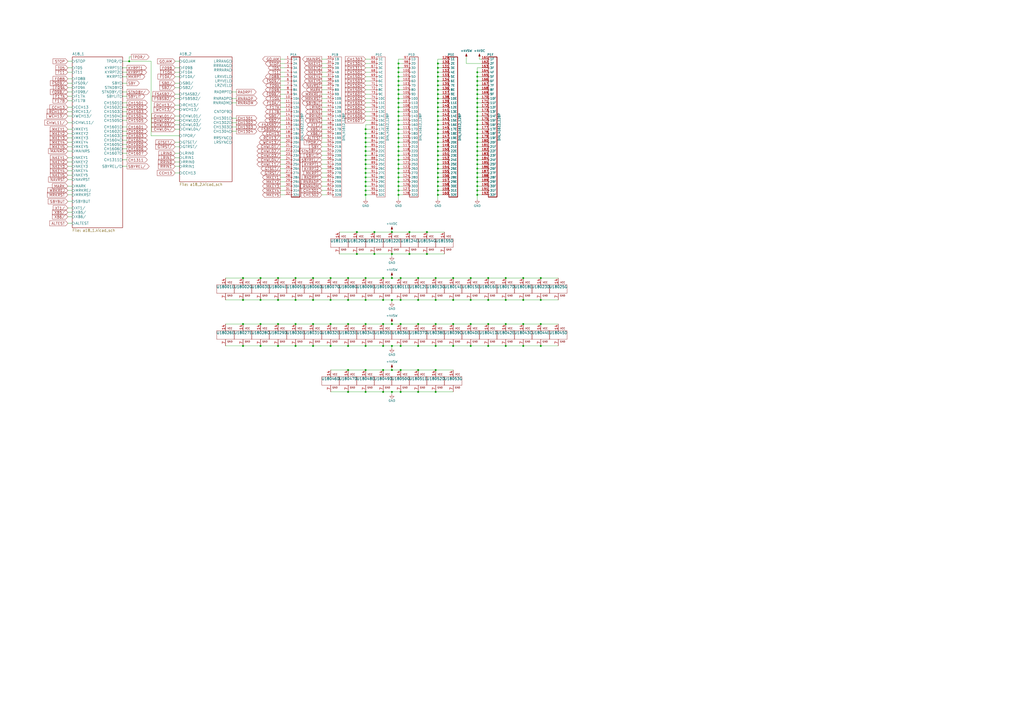
<source format=kicad_sch>
(kicad_sch (version 20211123) (generator eeschema)
  (paper "A2")
  (junction (at 171.45 161.29))
  (junction (at 181.61 187.96))
  (junction (at 171.45 187.96))
  (junction (at 254 107.95))
  (junction (at 231.14 102.87))
  (junction (at 262.89 200.66))
  (junction (at 232.41 187.96))
  (junction (at 276.86 97.79))
  (junction (at 227.33 214.63))
  (junction (at 231.14 107.95))
  (junction (at 231.14 77.47))
  (junction (at 254 36.83))
  (junction (at 201.93 161.29))
  (junction (at 254 44.45))
  (junction (at 161.29 161.29))
  (junction (at 273.05 187.96))
  (junction (at 254 95.25))
  (junction (at 231.14 69.85))
  (junction (at 231.14 57.15))
  (junction (at 231.14 87.63))
  (junction (at 254 41.91))
  (junction (at 222.25 214.63))
  (junction (at 212.09 173.99))
  (junction (at 276.86 46.99))
  (junction (at 227.33 200.66))
  (junction (at 276.86 87.63))
  (junction (at 207.01 147.32))
  (junction (at 212.09 113.03))
  (junction (at 140.97 161.29))
  (junction (at 276.86 72.39))
  (junction (at 254 62.23))
  (junction (at 181.61 173.99))
  (junction (at 231.14 41.91))
  (junction (at 191.77 161.29))
  (junction (at 293.37 200.66))
  (junction (at 303.53 187.96))
  (junction (at 276.86 54.61))
  (junction (at 254 54.61))
  (junction (at 231.14 105.41))
  (junction (at 276.86 100.33))
  (junction (at 254 90.17))
  (junction (at 254 52.07))
  (junction (at 247.65 147.32))
  (junction (at 231.14 110.49))
  (junction (at 212.09 92.71))
  (junction (at 254 110.49))
  (junction (at 313.69 187.96))
  (junction (at 276.86 80.01))
  (junction (at 222.25 187.96))
  (junction (at 276.86 113.03))
  (junction (at 222.25 227.33))
  (junction (at 293.37 173.99))
  (junction (at 231.14 44.45))
  (junction (at 252.73 214.63))
  (junction (at 242.57 161.29))
  (junction (at 303.53 161.29))
  (junction (at 227.33 134.62))
  (junction (at 191.77 200.66))
  (junction (at 212.09 90.17))
  (junction (at 232.41 214.63))
  (junction (at 293.37 161.29))
  (junction (at 232.41 161.29))
  (junction (at 276.86 52.07))
  (junction (at 276.86 59.69))
  (junction (at 254 85.09))
  (junction (at 217.17 134.62))
  (junction (at 276.86 105.41))
  (junction (at 276.86 49.53))
  (junction (at 276.86 57.15))
  (junction (at 212.09 100.33))
  (junction (at 231.14 80.01))
  (junction (at 313.69 173.99))
  (junction (at 212.09 161.29))
  (junction (at 283.21 187.96))
  (junction (at 212.09 85.09))
  (junction (at 254 72.39))
  (junction (at 254 80.01))
  (junction (at 212.09 105.41))
  (junction (at 212.09 74.93))
  (junction (at 151.13 200.66))
  (junction (at 254 49.53))
  (junction (at 151.13 187.96))
  (junction (at 217.17 147.32))
  (junction (at 212.09 187.96))
  (junction (at 247.65 134.62))
  (junction (at 283.21 161.29))
  (junction (at 254 46.99))
  (junction (at 74.93 35.56))
  (junction (at 212.09 110.49))
  (junction (at 242.57 214.63))
  (junction (at 293.37 187.96))
  (junction (at 276.86 82.55))
  (junction (at 303.53 200.66))
  (junction (at 237.49 147.32))
  (junction (at 276.86 41.91))
  (junction (at 252.73 200.66))
  (junction (at 254 105.41))
  (junction (at 151.13 173.99))
  (junction (at 231.14 36.83))
  (junction (at 231.14 100.33))
  (junction (at 254 67.31))
  (junction (at 222.25 200.66))
  (junction (at 201.93 200.66))
  (junction (at 231.14 39.37))
  (junction (at 276.86 85.09))
  (junction (at 140.97 173.99))
  (junction (at 232.41 200.66))
  (junction (at 232.41 227.33))
  (junction (at 276.86 69.85))
  (junction (at 161.29 173.99))
  (junction (at 262.89 173.99))
  (junction (at 151.13 161.29))
  (junction (at 273.05 161.29))
  (junction (at 262.89 187.96))
  (junction (at 212.09 200.66))
  (junction (at 276.86 74.93))
  (junction (at 242.57 200.66))
  (junction (at 276.86 77.47))
  (junction (at 191.77 187.96))
  (junction (at 283.21 173.99))
  (junction (at 231.14 54.61))
  (junction (at 254 97.79))
  (junction (at 254 113.03))
  (junction (at 276.86 92.71))
  (junction (at 273.05 200.66))
  (junction (at 276.86 90.17))
  (junction (at 254 57.15))
  (junction (at 227.33 227.33))
  (junction (at 231.14 74.93))
  (junction (at 254 87.63))
  (junction (at 212.09 102.87))
  (junction (at 254 69.85))
  (junction (at 254 64.77))
  (junction (at 283.21 200.66))
  (junction (at 252.73 187.96))
  (junction (at 231.14 59.69))
  (junction (at 254 102.87))
  (junction (at 140.97 200.66))
  (junction (at 227.33 161.29))
  (junction (at 201.93 187.96))
  (junction (at 212.09 227.33))
  (junction (at 201.93 173.99))
  (junction (at 231.14 67.31))
  (junction (at 207.01 134.62))
  (junction (at 227.33 187.96))
  (junction (at 201.93 227.33))
  (junction (at 313.69 161.29))
  (junction (at 231.14 72.39))
  (junction (at 242.57 173.99))
  (junction (at 273.05 173.99))
  (junction (at 276.86 67.31))
  (junction (at 231.14 64.77))
  (junction (at 212.09 107.95))
  (junction (at 231.14 62.23))
  (junction (at 231.14 113.03))
  (junction (at 262.89 161.29))
  (junction (at 231.14 97.79))
  (junction (at 212.09 95.25))
  (junction (at 212.09 87.63))
  (junction (at 171.45 200.66))
  (junction (at 140.97 187.96))
  (junction (at 212.09 214.63))
  (junction (at 231.14 46.99))
  (junction (at 276.86 102.87))
  (junction (at 231.14 90.17))
  (junction (at 254 39.37))
  (junction (at 231.14 95.25))
  (junction (at 222.25 173.99))
  (junction (at 313.69 200.66))
  (junction (at 161.29 187.96))
  (junction (at 212.09 80.01))
  (junction (at 227.33 147.32))
  (junction (at 231.14 85.09))
  (junction (at 254 92.71))
  (junction (at 303.53 173.99))
  (junction (at 212.09 97.79))
  (junction (at 212.09 82.55))
  (junction (at 171.45 173.99))
  (junction (at 254 77.47))
  (junction (at 232.41 173.99))
  (junction (at 252.73 227.33))
  (junction (at 231.14 52.07))
  (junction (at 276.86 44.45))
  (junction (at 191.77 173.99))
  (junction (at 254 59.69))
  (junction (at 231.14 82.55))
  (junction (at 276.86 107.95))
  (junction (at 242.57 187.96))
  (junction (at 276.86 64.77))
  (junction (at 201.93 214.63))
  (junction (at 161.29 200.66))
  (junction (at 254 82.55))
  (junction (at 276.86 62.23))
  (junction (at 181.61 161.29))
  (junction (at 252.73 173.99))
  (junction (at 237.49 134.62))
  (junction (at 231.14 92.71))
  (junction (at 276.86 95.25))
  (junction (at 181.61 200.66))
  (junction (at 222.25 161.29))
  (junction (at 252.73 161.29))
  (junction (at 231.14 49.53))
  (junction (at 227.33 173.99))
  (junction (at 254 100.33))
  (junction (at 242.57 227.33))
  (junction (at 276.86 110.49))
  (junction (at 212.09 77.47))
  (junction (at 254 74.93))
  (wire (pts (xy 222.25 173.99) (xy 212.09 173.99)))
  (wire (pts (xy 231.14 90.17) (xy 233.68 90.17)))
  (wire (pts (xy 212.09 82.55) (xy 214.63 82.55)))
  (wire (pts (xy 165.1 57.15) (xy 162.56 57.15)))
  (wire (pts (xy 214.63 41.91) (xy 212.09 41.91)))
  (wire (pts (xy 231.14 74.93) (xy 231.14 77.47)))
  (wire (pts (xy 231.14 62.23) (xy 233.68 62.23)))
  (wire (pts (xy 71.12 69.85) (xy 73.66 69.85)))
  (wire (pts (xy 276.86 90.17) (xy 279.4 90.17)))
  (wire (pts (xy 71.12 92.71) (xy 73.66 92.71)))
  (wire (pts (xy 227.33 147.32) (xy 217.17 147.32)))
  (wire (pts (xy 201.93 200.66) (xy 191.77 200.66)))
  (wire (pts (xy 165.1 82.55) (xy 162.56 82.55)))
  (wire (pts (xy 191.77 173.99) (xy 181.61 173.99)))
  (wire (pts (xy 231.14 67.31) (xy 231.14 69.85)))
  (wire (pts (xy 134.62 53.34) (xy 137.16 53.34)))
  (wire (pts (xy 276.86 110.49) (xy 279.4 110.49)))
  (wire (pts (xy 232.41 200.66) (xy 227.33 200.66)))
  (wire (pts (xy 165.1 67.31) (xy 162.56 67.31)))
  (wire (pts (xy 323.85 200.66) (xy 313.69 200.66)))
  (wire (pts (xy 214.63 57.15) (xy 212.09 57.15)))
  (wire (pts (xy 71.12 35.56) (xy 74.93 35.56)))
  (wire (pts (xy 276.86 46.99) (xy 279.4 46.99)))
  (wire (pts (xy 254 110.49) (xy 254 113.03)))
  (wire (pts (xy 41.91 50.8) (xy 39.37 50.8)))
  (wire (pts (xy 227.33 160.02) (xy 227.33 161.29)))
  (wire (pts (xy 233.68 34.29) (xy 231.14 34.29)))
  (wire (pts (xy 276.86 69.85) (xy 279.4 69.85)))
  (wire (pts (xy 189.23 85.09) (xy 186.69 85.09)))
  (wire (pts (xy 232.41 173.99) (xy 227.33 173.99)))
  (wire (pts (xy 262.89 200.66) (xy 252.73 200.66)))
  (wire (pts (xy 276.86 107.95) (xy 279.4 107.95)))
  (wire (pts (xy 276.86 97.79) (xy 279.4 97.79)))
  (wire (pts (xy 189.23 41.91) (xy 186.69 41.91)))
  (wire (pts (xy 254 74.93) (xy 256.54 74.93)))
  (wire (pts (xy 276.86 82.55) (xy 279.4 82.55)))
  (wire (pts (xy 104.14 88.9) (xy 101.6 88.9)))
  (wire (pts (xy 276.86 74.93) (xy 276.86 77.47)))
  (wire (pts (xy 254 113.03) (xy 254 115.57)))
  (wire (pts (xy 278.13 34.29) (xy 278.13 33.02)))
  (wire (pts (xy 231.14 62.23) (xy 231.14 64.77)))
  (wire (pts (xy 276.86 95.25) (xy 276.86 97.79)))
  (wire (pts (xy 254 52.07) (xy 256.54 52.07)))
  (wire (pts (xy 104.14 74.93) (xy 101.6 74.93)))
  (wire (pts (xy 254 80.01) (xy 254 82.55)))
  (wire (pts (xy 212.09 105.41) (xy 214.63 105.41)))
  (wire (pts (xy 231.14 67.31) (xy 233.68 67.31)))
  (wire (pts (xy 71.12 55.88) (xy 73.66 55.88)))
  (wire (pts (xy 293.37 187.96) (xy 303.53 187.96)))
  (wire (pts (xy 130.81 161.29) (xy 140.97 161.29)))
  (wire (pts (xy 165.1 72.39) (xy 162.56 72.39)))
  (wire (pts (xy 237.49 147.32) (xy 227.33 147.32)))
  (wire (pts (xy 232.41 187.96) (xy 242.57 187.96)))
  (wire (pts (xy 254 41.91) (xy 254 44.45)))
  (wire (pts (xy 41.91 99.06) (xy 39.37 99.06)))
  (wire (pts (xy 227.33 186.69) (xy 227.33 187.96)))
  (wire (pts (xy 189.23 46.99) (xy 186.69 46.99)))
  (wire (pts (xy 262.89 227.33) (xy 252.73 227.33)))
  (wire (pts (xy 254 113.03) (xy 256.54 113.03)))
  (wire (pts (xy 254 59.69) (xy 256.54 59.69)))
  (wire (pts (xy 227.33 200.66) (xy 227.33 201.93)))
  (wire (pts (xy 254 95.25) (xy 254 97.79)))
  (wire (pts (xy 214.63 49.53) (xy 212.09 49.53)))
  (wire (pts (xy 151.13 200.66) (xy 140.97 200.66)))
  (wire (pts (xy 171.45 173.99) (xy 161.29 173.99)))
  (wire (pts (xy 231.14 52.07) (xy 233.68 52.07)))
  (wire (pts (xy 189.23 59.69) (xy 186.69 59.69)))
  (wire (pts (xy 227.33 161.29) (xy 232.41 161.29)))
  (wire (pts (xy 104.14 50.8) (xy 101.6 50.8)))
  (wire (pts (xy 231.14 72.39) (xy 233.68 72.39)))
  (wire (pts (xy 276.86 52.07) (xy 279.4 52.07)))
  (wire (pts (xy 41.91 80.01) (xy 39.37 80.01)))
  (wire (pts (xy 242.57 227.33) (xy 232.41 227.33)))
  (wire (pts (xy 313.69 200.66) (xy 303.53 200.66)))
  (wire (pts (xy 276.86 67.31) (xy 279.4 67.31)))
  (wire (pts (xy 212.09 90.17) (xy 212.09 92.71)))
  (wire (pts (xy 254 107.95) (xy 254 110.49)))
  (wire (pts (xy 212.09 90.17) (xy 214.63 90.17)))
  (wire (pts (xy 283.21 187.96) (xy 293.37 187.96)))
  (wire (pts (xy 231.14 64.77) (xy 233.68 64.77)))
  (wire (pts (xy 254 72.39) (xy 256.54 72.39)))
  (wire (pts (xy 41.91 129.54) (xy 39.37 129.54)))
  (wire (pts (xy 165.1 85.09) (xy 162.56 85.09)))
  (wire (pts (xy 165.1 74.93) (xy 162.56 74.93)))
  (wire (pts (xy 189.23 74.93) (xy 186.69 74.93)))
  (wire (pts (xy 231.14 92.71) (xy 231.14 95.25)))
  (wire (pts (xy 191.77 161.29) (xy 201.93 161.29)))
  (wire (pts (xy 276.86 39.37) (xy 276.86 41.91)))
  (wire (pts (xy 196.85 134.62) (xy 207.01 134.62)))
  (wire (pts (xy 279.4 34.29) (xy 278.13 34.29)))
  (wire (pts (xy 231.14 46.99) (xy 233.68 46.99)))
  (wire (pts (xy 254 87.63) (xy 256.54 87.63)))
  (wire (pts (xy 227.33 187.96) (xy 232.41 187.96)))
  (wire (pts (xy 276.86 113.03) (xy 279.4 113.03)))
  (wire (pts (xy 254 64.77) (xy 256.54 64.77)))
  (wire (pts (xy 231.14 105.41) (xy 233.68 105.41)))
  (wire (pts (xy 214.63 39.37) (xy 212.09 39.37)))
  (wire (pts (xy 231.14 80.01) (xy 233.68 80.01)))
  (wire (pts (xy 41.91 91.44) (xy 39.37 91.44)))
  (wire (pts (xy 276.86 102.87) (xy 279.4 102.87)))
  (wire (pts (xy 212.09 92.71) (xy 212.09 95.25)))
  (wire (pts (xy 191.77 200.66) (xy 181.61 200.66)))
  (wire (pts (xy 231.14 69.85) (xy 231.14 72.39)))
  (wire (pts (xy 231.14 36.83) (xy 231.14 39.37)))
  (wire (pts (xy 232.41 227.33) (xy 227.33 227.33)))
  (wire (pts (xy 165.1 110.49) (xy 162.56 110.49)))
  (wire (pts (xy 227.33 213.36) (xy 227.33 214.63)))
  (wire (pts (xy 165.1 52.07) (xy 162.56 52.07)))
  (wire (pts (xy 71.12 41.91) (xy 73.66 41.91)))
  (wire (pts (xy 276.86 52.07) (xy 276.86 54.61)))
  (wire (pts (xy 161.29 187.96) (xy 171.45 187.96)))
  (wire (pts (xy 189.23 69.85) (xy 186.69 69.85)))
  (wire (pts (xy 212.09 100.33) (xy 212.09 102.87)))
  (wire (pts (xy 140.97 187.96) (xy 151.13 187.96)))
  (wire (pts (xy 165.1 62.23) (xy 162.56 62.23)))
  (wire (pts (xy 254 100.33) (xy 256.54 100.33)))
  (wire (pts (xy 254 97.79) (xy 256.54 97.79)))
  (wire (pts (xy 212.09 110.49) (xy 214.63 110.49)))
  (wire (pts (xy 231.14 107.95) (xy 231.14 110.49)))
  (wire (pts (xy 212.09 72.39) (xy 214.63 72.39)))
  (wire (pts (xy 41.91 67.31) (xy 39.37 67.31)))
  (wire (pts (xy 74.93 33.02) (xy 74.93 35.56)))
  (wire (pts (xy 262.89 187.96) (xy 273.05 187.96)))
  (wire (pts (xy 189.23 34.29) (xy 186.69 34.29)))
  (wire (pts (xy 189.23 102.87) (xy 186.69 102.87)))
  (wire (pts (xy 262.89 173.99) (xy 252.73 173.99)))
  (wire (pts (xy 276.86 54.61) (xy 276.86 57.15)))
  (wire (pts (xy 189.23 39.37) (xy 186.69 39.37)))
  (wire (pts (xy 189.23 57.15) (xy 186.69 57.15)))
  (wire (pts (xy 231.14 90.17) (xy 231.14 92.71)))
  (wire (pts (xy 41.91 77.47) (xy 39.37 77.47)))
  (wire (pts (xy 191.77 187.96) (xy 201.93 187.96)))
  (wire (pts (xy 212.09 77.47) (xy 214.63 77.47)))
  (wire (pts (xy 276.86 105.41) (xy 276.86 107.95)))
  (wire (pts (xy 191.77 214.63) (xy 201.93 214.63)))
  (wire (pts (xy 231.14 41.91) (xy 231.14 44.45)))
  (wire (pts (xy 71.12 96.52) (xy 73.66 96.52)))
  (wire (pts (xy 276.86 54.61) (xy 279.4 54.61)))
  (wire (pts (xy 104.14 48.26) (xy 101.6 48.26)))
  (wire (pts (xy 104.14 82.55) (xy 101.6 82.55)))
  (wire (pts (xy 171.45 187.96) (xy 181.61 187.96)))
  (wire (pts (xy 165.1 46.99) (xy 162.56 46.99)))
  (wire (pts (xy 254 69.85) (xy 256.54 69.85)))
  (wire (pts (xy 254 105.41) (xy 254 107.95)))
  (wire (pts (xy 254 54.61) (xy 254 57.15)))
  (wire (pts (xy 303.53 187.96) (xy 313.69 187.96)))
  (wire (pts (xy 41.91 120.65) (xy 39.37 120.65)))
  (wire (pts (xy 41.91 41.91) (xy 39.37 41.91)))
  (wire (pts (xy 212.09 105.41) (xy 212.09 107.95)))
  (wire (pts (xy 104.14 39.37) (xy 101.6 39.37)))
  (wire (pts (xy 71.12 83.82) (xy 73.66 83.82)))
  (wire (pts (xy 276.86 90.17) (xy 276.86 92.71)))
  (wire (pts (xy 165.1 77.47) (xy 162.56 77.47)))
  (wire (pts (xy 214.63 54.61) (xy 212.09 54.61)))
  (wire (pts (xy 231.14 34.29) (xy 231.14 36.83)))
  (wire (pts (xy 276.86 46.99) (xy 276.86 49.53)))
  (wire (pts (xy 165.1 92.71) (xy 162.56 92.71)))
  (wire (pts (xy 254 67.31) (xy 254 69.85)))
  (wire (pts (xy 254 90.17) (xy 256.54 90.17)))
  (wire (pts (xy 254 62.23) (xy 254 64.77)))
  (wire (pts (xy 212.09 227.33) (xy 201.93 227.33)))
  (wire (pts (xy 189.23 113.03) (xy 186.69 113.03)))
  (wire (pts (xy 104.14 41.91) (xy 101.6 41.91)))
  (wire (pts (xy 254 54.61) (xy 256.54 54.61)))
  (wire (pts (xy 151.13 173.99) (xy 140.97 173.99)))
  (wire (pts (xy 201.93 161.29) (xy 212.09 161.29)))
  (wire (pts (xy 254 97.79) (xy 254 100.33)))
  (wire (pts (xy 233.68 36.83) (xy 231.14 36.83)))
  (wire (pts (xy 41.91 82.55) (xy 39.37 82.55)))
  (wire (pts (xy 257.81 147.32) (xy 247.65 147.32)))
  (wire (pts (xy 165.1 100.33) (xy 162.56 100.33)))
  (wire (pts (xy 227.33 133.35) (xy 227.33 134.62)))
  (wire (pts (xy 140.97 173.99) (xy 130.81 173.99)))
  (wire (pts (xy 41.91 93.98) (xy 39.37 93.98)))
  (wire (pts (xy 134.62 71.12) (xy 137.16 71.12)))
  (wire (pts (xy 181.61 161.29) (xy 191.77 161.29)))
  (wire (pts (xy 217.17 147.32) (xy 207.01 147.32)))
  (wire (pts (xy 254 57.15) (xy 256.54 57.15)))
  (wire (pts (xy 41.91 35.56) (xy 39.37 35.56)))
  (wire (pts (xy 165.1 80.01) (xy 162.56 80.01)))
  (wire (pts (xy 303.53 200.66) (xy 293.37 200.66)))
  (wire (pts (xy 231.14 74.93) (xy 233.68 74.93)))
  (wire (pts (xy 140.97 161.29) (xy 151.13 161.29)))
  (wire (pts (xy 254 39.37) (xy 254 41.91)))
  (wire (pts (xy 214.63 64.77) (xy 212.09 64.77)))
  (wire (pts (xy 212.09 72.39) (xy 212.09 74.93)))
  (wire (pts (xy 283.21 200.66) (xy 273.05 200.66)))
  (wire (pts (xy 189.23 82.55) (xy 186.69 82.55)))
  (wire (pts (xy 87.63 78.74) (xy 104.14 78.74)))
  (wire (pts (xy 231.14 85.09) (xy 231.14 87.63)))
  (wire (pts (xy 165.1 107.95) (xy 162.56 107.95)))
  (wire (pts (xy 189.23 67.31) (xy 186.69 67.31)))
  (wire (pts (xy 134.62 76.2) (xy 137.16 76.2)))
  (wire (pts (xy 254 69.85) (xy 254 72.39)))
  (wire (pts (xy 212.09 92.71) (xy 214.63 92.71)))
  (wire (pts (xy 254 41.91) (xy 256.54 41.91)))
  (wire (pts (xy 276.86 49.53) (xy 276.86 52.07)))
  (wire (pts (xy 231.14 102.87) (xy 233.68 102.87)))
  (wire (pts (xy 254 95.25) (xy 256.54 95.25)))
  (wire (pts (xy 71.12 53.34) (xy 73.66 53.34)))
  (wire (pts (xy 270.51 33.02) (xy 270.51 36.83)))
  (wire (pts (xy 217.17 134.62) (xy 227.33 134.62)))
  (wire (pts (xy 276.86 82.55) (xy 276.86 85.09)))
  (wire (pts (xy 247.65 134.62) (xy 257.81 134.62)))
  (wire (pts (xy 256.54 36.83) (xy 254 36.83)))
  (wire (pts (xy 254 44.45) (xy 254 46.99)))
  (wire (pts (xy 214.63 46.99) (xy 212.09 46.99)))
  (wire (pts (xy 134.62 73.66) (xy 137.16 73.66)))
  (wire (pts (xy 276.86 97.79) (xy 276.86 100.33)))
  (wire (pts (xy 41.91 45.72) (xy 39.37 45.72)))
  (wire (pts (xy 276.86 92.71) (xy 279.4 92.71)))
  (wire (pts (xy 189.23 100.33) (xy 186.69 100.33)))
  (wire (pts (xy 212.09 95.25) (xy 214.63 95.25)))
  (wire (pts (xy 276.86 100.33) (xy 279.4 100.33)))
  (wire (pts (xy 276.86 44.45) (xy 276.86 46.99)))
  (wire (pts (xy 212.09 77.47) (xy 212.09 80.01)))
  (wire (pts (xy 41.91 110.49) (xy 39.37 110.49)))
  (wire (pts (xy 74.93 35.56) (xy 87.63 35.56)))
  (wire (pts (xy 165.1 113.03) (xy 162.56 113.03)))
  (wire (pts (xy 254 82.55) (xy 256.54 82.55)))
  (wire (pts (xy 189.23 90.17) (xy 186.69 90.17)))
  (wire (pts (xy 161.29 200.66) (xy 151.13 200.66)))
  (wire (pts (xy 231.14 44.45) (xy 231.14 46.99)))
  (wire (pts (xy 227.33 227.33) (xy 227.33 228.6)))
  (wire (pts (xy 254 102.87) (xy 254 105.41)))
  (wire (pts (xy 201.93 214.63) (xy 212.09 214.63)))
  (wire (pts (xy 231.14 85.09) (xy 233.68 85.09)))
  (wire (pts (xy 104.14 85.09) (xy 101.6 85.09)))
  (wire (pts (xy 276.86 62.23) (xy 276.86 64.77)))
  (wire (pts (xy 41.91 71.12) (xy 39.37 71.12)))
  (wire (pts (xy 276.86 41.91) (xy 276.86 44.45)))
  (wire (pts (xy 212.09 214.63) (xy 222.25 214.63)))
  (wire (pts (xy 254 49.53) (xy 254 52.07)))
  (wire (pts (xy 276.86 62.23) (xy 279.4 62.23)))
  (wire (pts (xy 231.14 59.69) (xy 233.68 59.69)))
  (wire (pts (xy 254 110.49) (xy 256.54 110.49)))
  (wire (pts (xy 276.86 87.63) (xy 276.86 90.17)))
  (wire (pts (xy 303.53 173.99) (xy 293.37 173.99)))
  (wire (pts (xy 256.54 34.29) (xy 254 34.29)))
  (wire (pts (xy 313.69 187.96) (xy 323.85 187.96)))
  (wire (pts (xy 189.23 54.61) (xy 186.69 54.61)))
  (wire (pts (xy 231.14 95.25) (xy 231.14 97.79)))
  (wire (pts (xy 165.1 59.69) (xy 162.56 59.69)))
  (wire (pts (xy 227.33 134.62) (xy 237.49 134.62)))
  (wire (pts (xy 276.86 44.45) (xy 279.4 44.45)))
  (wire (pts (xy 214.63 52.07) (xy 212.09 52.07)))
  (wire (pts (xy 276.86 41.91) (xy 279.4 41.91)))
  (wire (pts (xy 165.1 90.17) (xy 162.56 90.17)))
  (wire (pts (xy 104.14 69.85) (xy 101.6 69.85)))
  (wire (pts (xy 276.86 59.69) (xy 276.86 62.23)))
  (wire (pts (xy 41.91 125.73) (xy 39.37 125.73)))
  (wire (pts (xy 303.53 161.29) (xy 313.69 161.29)))
  (wire (pts (xy 231.14 39.37) (xy 233.68 39.37)))
  (wire (pts (xy 161.29 173.99) (xy 151.13 173.99)))
  (wire (pts (xy 222.25 200.66) (xy 212.09 200.66)))
  (wire (pts (xy 212.09 85.09) (xy 214.63 85.09)))
  (wire (pts (xy 181.61 200.66) (xy 171.45 200.66)))
  (wire (pts (xy 242.57 214.63) (xy 252.73 214.63)))
  (wire (pts (xy 276.86 102.87) (xy 276.86 105.41)))
  (wire (pts (xy 189.23 77.47) (xy 186.69 77.47)))
  (wire (pts (xy 71.12 73.66) (xy 73.66 73.66)))
  (wire (pts (xy 283.21 161.29) (xy 293.37 161.29)))
  (wire (pts (xy 254 39.37) (xy 256.54 39.37)))
  (wire (pts (xy 276.86 72.39) (xy 276.86 74.93)))
  (wire (pts (xy 231.14 44.45) (xy 233.68 44.45)))
  (wire (pts (xy 104.14 57.15) (xy 101.6 57.15)))
  (wire (pts (xy 222.25 227.33) (xy 212.09 227.33)))
  (wire (pts (xy 231.14 82.55) (xy 233.68 82.55)))
  (wire (pts (xy 276.86 67.31) (xy 276.86 69.85)))
  (wire (pts (xy 231.14 100.33) (xy 233.68 100.33)))
  (wire (pts (xy 276.86 85.09) (xy 276.86 87.63)))
  (wire (pts (xy 104.14 93.98) (xy 101.6 93.98)))
  (wire (pts (xy 254 82.55) (xy 254 85.09)))
  (wire (pts (xy 212.09 82.55) (xy 212.09 85.09)))
  (wire (pts (xy 231.14 102.87) (xy 231.14 105.41)))
  (wire (pts (xy 104.14 96.52) (xy 101.6 96.52)))
  (wire (pts (xy 270.51 36.83) (xy 279.4 36.83)))
  (wire (pts (xy 212.09 110.49) (xy 212.09 113.03)))
  (wire (pts (xy 71.12 76.2) (xy 73.66 76.2)))
  (wire (pts (xy 189.23 107.95) (xy 186.69 107.95)))
  (wire (pts (xy 212.09 95.25) (xy 212.09 97.79)))
  (wire (pts (xy 41.91 74.93) (xy 39.37 74.93)))
  (wire (pts (xy 254 92.71) (xy 254 95.25)))
  (wire (pts (xy 231.14 110.49) (xy 233.68 110.49)))
  (wire (pts (xy 254 92.71) (xy 256.54 92.71)))
  (wire (pts (xy 165.1 87.63) (xy 162.56 87.63)))
  (wire (pts (xy 212.09 87.63) (xy 212.09 90.17)))
  (wire (pts (xy 276.86 100.33) (xy 276.86 102.87)))
  (wire (pts (xy 276.86 77.47) (xy 279.4 77.47)))
  (wire (pts (xy 276.86 92.71) (xy 276.86 95.25)))
  (wire (pts (xy 41.91 85.09) (xy 39.37 85.09)))
  (wire (pts (xy 276.86 57.15) (xy 276.86 59.69)))
  (wire (pts (xy 276.86 113.03) (xy 276.86 115.57)))
  (wire (pts (xy 207.01 134.62) (xy 217.17 134.62)))
  (wire (pts (xy 207.01 147.32) (xy 196.85 147.32)))
  (wire (pts (xy 212.09 74.93) (xy 214.63 74.93)))
  (wire (pts (xy 227.33 227.33) (xy 222.25 227.33)))
  (wire (pts (xy 71.12 67.31) (xy 73.66 67.31)))
  (wire (pts (xy 189.23 62.23) (xy 186.69 62.23)))
  (wire (pts (xy 189.23 87.63) (xy 186.69 87.63)))
  (wire (pts (xy 71.12 59.69) (xy 73.66 59.69)))
  (wire (pts (xy 237.49 134.62) (xy 247.65 134.62)))
  (wire (pts (xy 104.14 54.61) (xy 101.6 54.61)))
  (wire (pts (xy 231.14 49.53) (xy 231.14 52.07)))
  (wire (pts (xy 254 85.09) (xy 256.54 85.09)))
  (wire (pts (xy 212.09 107.95) (xy 212.09 110.49)))
  (wire (pts (xy 231.14 110.49) (xy 231.14 113.03)))
  (wire (pts (xy 254 52.07) (xy 254 54.61)))
  (wire (pts (xy 279.4 39.37) (xy 276.86 39.37)))
  (wire (pts (xy 41.91 101.6) (xy 39.37 101.6)))
  (wire (pts (xy 231.14 80.01) (xy 231.14 82.55)))
  (wire (pts (xy 231.14 95.25) (xy 233.68 95.25)))
  (wire (pts (xy 276.86 95.25) (xy 279.4 95.25)))
  (wire (pts (xy 189.23 110.49) (xy 186.69 110.49)))
  (wire (pts (xy 165.1 34.29) (xy 162.56 34.29)))
  (wire (pts (xy 254 72.39) (xy 254 74.93)))
  (wire (pts (xy 313.69 161.29) (xy 323.85 161.29)))
  (wire (pts (xy 104.14 91.44) (xy 101.6 91.44)))
  (wire (pts (xy 254 64.77) (xy 254 67.31)))
  (wire (pts (xy 71.12 62.23) (xy 73.66 62.23)))
  (wire (pts (xy 151.13 187.96) (xy 161.29 187.96)))
  (wire (pts (xy 231.14 82.55) (xy 231.14 85.09)))
  (wire (pts (xy 273.05 187.96) (xy 283.21 187.96)))
  (wire (pts (xy 254 107.95) (xy 256.54 107.95)))
  (wire (pts (xy 212.09 74.93) (xy 212.09 77.47)))
  (wire (pts (xy 231.14 57.15) (xy 233.68 57.15)))
  (wire (pts (xy 231.14 92.71) (xy 233.68 92.71)))
  (wire (pts (xy 189.23 49.53) (xy 186.69 49.53)))
  (wire (pts (xy 231.14 64.77) (xy 231.14 67.31)))
  (wire (pts (xy 212.09 200.66) (xy 201.93 200.66)))
  (wire (pts (xy 41.91 116.84) (xy 39.37 116.84)))
  (wire (pts (xy 212.09 161.29) (xy 222.25 161.29)))
  (wire (pts (xy 165.1 49.53) (xy 162.56 49.53)))
  (wire (pts (xy 254 67.31) (xy 256.54 67.31)))
  (wire (pts (xy 276.86 64.77) (xy 276.86 67.31)))
  (wire (pts (xy 165.1 39.37) (xy 162.56 39.37)))
  (wire (pts (xy 276.86 80.01) (xy 276.86 82.55)))
  (wire (pts (xy 254 44.45) (xy 256.54 44.45)))
  (wire (pts (xy 165.1 95.25) (xy 162.56 95.25)))
  (wire (pts (xy 189.23 95.25) (xy 186.69 95.25)))
  (wire (pts (xy 87.63 35.56) (xy 87.63 78.74)))
  (wire (pts (xy 293.37 173.99) (xy 283.21 173.99)))
  (wire (pts (xy 104.14 63.5) (xy 101.6 63.5)))
  (wire (pts (xy 41.91 62.23) (xy 39.37 62.23)))
  (wire (pts (xy 252.73 200.66) (xy 242.57 200.66)))
  (wire (pts (xy 189.23 92.71) (xy 186.69 92.71)))
  (wire (pts (xy 252.73 214.63) (xy 262.89 214.63)))
  (wire (pts (xy 71.12 44.45) (xy 73.66 44.45)))
  (wire (pts (xy 161.29 161.29) (xy 171.45 161.29)))
  (wire (pts (xy 212.09 97.79) (xy 214.63 97.79)))
  (wire (pts (xy 227.33 200.66) (xy 222.25 200.66)))
  (wire (pts (xy 212.09 80.01) (xy 214.63 80.01)))
  (wire (pts (xy 189.23 72.39) (xy 186.69 72.39)))
  (wire (pts (xy 165.1 105.41) (xy 162.56 105.41)))
  (wire (pts (xy 276.86 87.63) (xy 279.4 87.63)))
  (wire (pts (xy 201.93 187.96) (xy 212.09 187.96)))
  (wire (pts (xy 242.57 173.99) (xy 232.41 173.99)))
  (wire (pts (xy 252.73 187.96) (xy 262.89 187.96)))
  (wire (pts (xy 212.09 80.01) (xy 212.09 82.55)))
  (wire (pts (xy 232.41 161.29) (xy 242.57 161.29)))
  (wire (pts (xy 189.23 64.77) (xy 186.69 64.77)))
  (wire (pts (xy 276.86 57.15) (xy 279.4 57.15)))
  (wire (pts (xy 254 85.09) (xy 254 87.63)))
  (wire (pts (xy 276.86 72.39) (xy 279.4 72.39)))
  (wire (pts (xy 254 49.53) (xy 256.54 49.53)))
  (wire (pts (xy 104.14 100.33) (xy 101.6 100.33)))
  (wire (pts (xy 212.09 113.03) (xy 214.63 113.03)))
  (wire (pts (xy 134.62 68.58) (xy 137.16 68.58)))
  (wire (pts (xy 222.25 161.29) (xy 227.33 161.29)))
  (wire (pts (xy 254 80.01) (xy 256.54 80.01)))
  (wire (pts (xy 227.33 147.32) (xy 227.33 148.59)))
  (wire (pts (xy 165.1 44.45) (xy 162.56 44.45)))
  (wire (pts (xy 104.14 72.39) (xy 101.6 72.39)))
  (wire (pts (xy 212.09 85.09) (xy 212.09 87.63)))
  (wire (pts (xy 41.91 87.63) (xy 39.37 87.63)))
  (wire (pts (xy 171.45 161.29) (xy 181.61 161.29)))
  (wire (pts (xy 231.14 77.47) (xy 233.68 77.47)))
  (wire (pts (xy 276.86 105.41) (xy 279.4 105.41)))
  (wire (pts (xy 254 100.33) (xy 254 102.87)))
  (wire (pts (xy 276.86 80.01) (xy 279.4 80.01)))
  (wire (pts (xy 130.81 187.96) (xy 140.97 187.96)))
  (wire (pts (xy 231.14 41.91) (xy 233.68 41.91)))
  (wire (pts (xy 71.12 64.77) (xy 73.66 64.77)))
  (wire (pts (xy 227.33 173.99) (xy 227.33 175.26)))
  (wire (pts (xy 231.14 69.85) (xy 233.68 69.85)))
  (wire (pts (xy 71.12 39.37) (xy 73.66 39.37)))
  (wire (pts (xy 41.91 55.88) (xy 39.37 55.88)))
  (wire (pts (xy 254 36.83) (xy 254 39.37)))
  (wire (pts (xy 254 105.41) (xy 256.54 105.41)))
  (wire (pts (xy 254 46.99) (xy 256.54 46.99)))
  (wire (pts (xy 231.14 97.79) (xy 233.68 97.79)))
  (wire (pts (xy 41.91 104.14) (xy 39.37 104.14)))
  (wire (pts (xy 165.1 64.77) (xy 162.56 64.77)))
  (wire (pts (xy 273.05 173.99) (xy 262.89 173.99)))
  (wire (pts (xy 71.12 78.74) (xy 73.66 78.74)))
  (wire (pts (xy 276.86 77.47) (xy 276.86 80.01)))
  (wire (pts (xy 231.14 77.47) (xy 231.14 80.01)))
  (wire (pts (xy 165.1 102.87) (xy 162.56 102.87)))
  (wire (pts (xy 231.14 113.03) (xy 233.68 113.03)))
  (wire (pts (xy 231.14 100.33) (xy 231.14 102.87)))
  (wire (pts (xy 171.45 200.66) (xy 161.29 200.66)))
  (wire (pts (xy 293.37 161.29) (xy 303.53 161.29)))
  (wire (pts (xy 104.14 44.45) (xy 101.6 44.45)))
  (wire (pts (xy 231.14 52.07) (xy 231.14 54.61)))
  (wire (pts (xy 254 62.23) (xy 256.54 62.23)))
  (wire (pts (xy 276.86 85.09) (xy 279.4 85.09)))
  (wire (pts (xy 104.14 35.56) (xy 101.6 35.56)))
  (wire (pts (xy 262.89 161.29) (xy 273.05 161.29)))
  (wire (pts (xy 212.09 102.87) (xy 212.09 105.41)))
  (wire (pts (xy 181.61 173.99) (xy 171.45 173.99)))
  (wire (pts (xy 231.14 87.63) (xy 233.68 87.63)))
  (wire (pts (xy 242.57 200.66) (xy 232.41 200.66)))
  (wire (pts (xy 222.25 187.96) (xy 227.33 187.96)))
  (wire (pts (xy 165.1 54.61) (xy 162.56 54.61)))
  (wire (pts (xy 273.05 161.29) (xy 283.21 161.29)))
  (wire (pts (xy 41.91 96.52) (xy 39.37 96.52)))
  (wire (pts (xy 212.09 87.63) (xy 214.63 87.63)))
  (wire (pts (xy 276.86 74.93) (xy 279.4 74.93)))
  (wire (pts (xy 165.1 69.85) (xy 162.56 69.85)))
  (wire (pts (xy 276.86 110.49) (xy 276.86 113.03)))
  (wire (pts (xy 212.09 173.99) (xy 201.93 173.99)))
  (wire (pts (xy 276.86 69.85) (xy 276.86 72.39)))
  (wire (pts (xy 227.33 173.99) (xy 222.25 173.99)))
  (wire (pts (xy 189.23 52.07) (xy 186.69 52.07)))
  (wire (pts (xy 283.21 173.99) (xy 273.05 173.99)))
  (wire (pts (xy 242.57 161.29) (xy 252.73 161.29)))
  (wire (pts (xy 212.09 102.87) (xy 214.63 102.87)))
  (wire (pts (xy 254 34.29) (xy 254 36.83)))
  (wire (pts (xy 247.65 147.32) (xy 237.49 147.32)))
  (wire (pts (xy 214.63 69.85) (xy 212.09 69.85)))
  (wire (pts (xy 313.69 173.99) (xy 303.53 173.99)))
  (wire (pts (xy 214.63 34.29) (xy 212.09 34.29)))
  (wire (pts (xy 41.91 48.26) (xy 39.37 48.26)))
  (wire (pts (xy 71.12 81.28) (xy 73.66 81.28)))
  (wire (pts (xy 41.91 113.03) (xy 39.37 113.03)))
  (wire (pts (xy 214.63 67.31) (xy 212.09 67.31)))
  (wire (pts (xy 254 74.93) (xy 254 77.47)))
  (wire (pts (xy 231.14 54.61) (xy 231.14 57.15)))
  (wire (pts (xy 189.23 97.79) (xy 186.69 97.79)))
  (wire (pts (xy 151.13 161.29) (xy 161.29 161.29)))
  (wire (pts (xy 214.63 62.23) (xy 212.09 62.23)))
  (wire (pts (xy 165.1 41.91) (xy 162.56 41.91)))
  (wire (pts (xy 104.14 60.96) (xy 101.6 60.96)))
  (wire (pts (xy 242.57 187.96) (xy 252.73 187.96)))
  (wire (pts (xy 212.09 97.79) (xy 212.09 100.33)))
  (wire (pts (xy 71.12 86.36) (xy 73.66 86.36)))
  (wire (pts (xy 214.63 36.83) (xy 212.09 36.83)))
  (wire (pts (xy 181.61 187.96) (xy 191.77 187.96)))
  (wire (pts (xy 231.14 107.95) (xy 233.68 107.95)))
  (wire (pts (xy 231.14 59.69) (xy 231.14 62.23)))
  (wire (pts (xy 231.14 49.53) (xy 233.68 49.53)))
  (wire (pts (xy 41.91 64.77) (xy 39.37 64.77)))
  (wire (pts (xy 41.91 123.19) (xy 39.37 123.19)))
  (wire (pts (xy 71.12 48.26) (xy 73.66 48.26)))
  (wire (pts (xy 254 102.87) (xy 256.54 102.87)))
  (wire (pts (xy 231.14 87.63) (xy 231.14 90.17)))
  (wire (pts (xy 276.86 64.77) (xy 279.4 64.77)))
  (wire (pts (xy 165.1 97.79) (xy 162.56 97.79)))
  (wire (pts (xy 231.14 105.41) (xy 231.14 107.95)))
  (wire (pts (xy 201.93 227.33) (xy 191.77 227.33)))
  (wire (pts (xy 231.14 54.61) (xy 233.68 54.61)))
  (wire (pts (xy 214.63 44.45) (xy 212.09 44.45)))
  (wire (pts (xy 189.23 105.41) (xy 186.69 105.41)))
  (wire (pts (xy 76.2 33.02) (xy 74.93 33.02)))
  (wire (pts (xy 212.09 187.96) (xy 222.25 187.96)))
  (wire (pts (xy 41.91 53.34) (xy 39.37 53.34)))
  (wire (pts (xy 231.14 57.15) (xy 231.14 59.69)))
  (wire (pts (xy 227.33 214.63) (xy 232.41 214.63)))
  (wire (pts (xy 252.73 173.99) (xy 242.57 173.99)))
  (wire (pts (xy 104.14 67.31) (xy 101.6 67.31)))
  (wire (pts (xy 232.41 214.63) (xy 242.57 214.63)))
  (wire (pts (xy 273.05 200.66) (xy 262.89 200.66)))
  (wire (pts (xy 276.86 107.95) (xy 276.86 110.49)))
  (wire (pts (xy 212.09 100.33) (xy 214.63 100.33)))
  (wire (pts (xy 231.14 46.99) (xy 231.14 49.53)))
  (wire (pts (xy 231.14 97.79) (xy 231.14 100.33)))
  (wire (pts (xy 254 46.99) (xy 254 49.53)))
  (wire (pts (xy 231.14 39.37) (xy 231.14 41.91)))
  (wire (pts (xy 212.09 113.03) (xy 212.09 115.57)))
  (wire (pts (xy 41.91 58.42) (xy 39.37 58.42)))
  (wire (pts (xy 254 59.69) (xy 254 62.23)))
  (wire (pts (xy 189.23 44.45) (xy 186.69 44.45)))
  (wire (pts (xy 254 87.63) (xy 254 90.17)))
  (wire (pts (xy 252.73 227.33) (xy 242.57 227.33)))
  (wire (pts (xy 293.37 200.66) (xy 283.21 200.66)))
  (wire (pts (xy 276.86 49.53) (xy 279.4 49.53)))
  (wire (pts (xy 134.62 59.69) (xy 137.16 59.69)))
  (wire (pts (xy 214.63 59.69) (xy 212.09 59.69)))
  (wire (pts (xy 134.62 57.15) (xy 137.16 57.15)))
  (wire (pts (xy 189.23 80.01) (xy 186.69 80.01)))
  (wire (pts (xy 201.93 173.99) (xy 191.77 173.99)))
  (wire (pts (xy 41.91 39.37) (xy 39.37 39.37)))
  (wire (pts (xy 254 57.15) (xy 254 59.69)))
  (wire (pts (xy 252.73 161.29) (xy 262.89 161.29)))
  (wire (pts (xy 222.25 214.63) (xy 227.33 214.63)))
  (wire (pts (xy 189.23 36.83) (xy 186.69 36.83)))
  (wire (pts (xy 71.12 88.9) (xy 73.66 88.9)))
  (wire (pts (xy 254 77.47) (xy 256.54 77.47)))
  (wire (pts (xy 254 77.47) (xy 254 80.01)))
  (wire (pts (xy 231.14 113.03) (xy 231.14 115.57)))
  (wire (pts (xy 41.91 107.95) (xy 39.37 107.95)))
  (wire (pts (xy 323.85 173.99) (xy 313.69 173.99)))
  (wire (pts (xy 231.14 72.39) (xy 231.14 74.93)))
  (wire (pts (xy 276.86 59.69) (xy 279.4 59.69)))
  (wire (pts (xy 165.1 36.83) (xy 162.56 36.83)))
  (wire (pts (xy 212.09 107.95) (xy 214.63 107.95)))
  (wire (pts (xy 140.97 200.66) (xy 130.81 200.66)))
  (wire (pts (xy 254 90.17) (xy 254 92.71)))
  (global_label "MRKRST" (shape output) (at 186.69 57.15 180) (effects (font (size 1.524 1.524))) (property "Referenzen zwischen Schaltplänen" "${INTERSHEET_REFS}" (effects hide)))
  (global_label "CH1504" (shape output) (at 73.66 67.31 0) (effects (font (size 1.524 1.524))) (property "Referenzen zwischen Schaltplänen" "${INTERSHEET_REFS}" (effects hide)))
  (global_label "TPOR/" (shape output) (at 76.2 33.02 0) (effects (font (size 1.524 1.524))) (property "Referenzen zwischen Schaltplänen" "${INTERSHEET_REFS}" (effects hide)))
  (global_label "GOJAM" (shape input) (at 101.6 35.56 180) (effects (font (size 1.524 1.524))) (property "Referenzen zwischen Schaltplänen" "${INTERSHEET_REFS}" (effects hide)))
  (global_label "RRIN0" (shape output) (at 186.69 67.31 180) (effects (font (size 1.524 1.524))) (property "Referenzen zwischen Schaltplänen" "${INTERSHEET_REFS}" (effects hide)))
  (global_label "RRIN0" (shape input) (at 101.6 93.98 180) (effects (font (size 1.524 1.524))) (property "Referenzen zwischen Schaltplänen" "${INTERSHEET_REFS}" (effects hide)))
  (global_label "CH1502" (shape output) (at 73.66 62.23 0) (effects (font (size 1.524 1.524))) (property "Referenzen zwischen Schaltplänen" "${INTERSHEET_REFS}" (effects hide)))
  (global_label "T05" (shape output) (at 162.56 39.37 180) (effects (font (size 1.524 1.524))) (property "Referenzen zwischen Schaltplänen" "${INTERSHEET_REFS}" (effects hide)))
  (global_label "MKEY2" (shape input) (at 39.37 77.47 180) (effects (font (size 1.524 1.524))) (property "Referenzen zwischen Schaltplänen" "${INTERSHEET_REFS}" (effects hide)))
  (global_label "CHWL04/" (shape input) (at 101.6 74.93 180) (effects (font (size 1.524 1.524))) (property "Referenzen zwischen Schaltplänen" "${INTERSHEET_REFS}" (effects hide)))
  (global_label "CH1604" (shape input) (at 212.09 62.23 180) (effects (font (size 1.524 1.524))) (property "Referenzen zwischen Schaltplänen" "${INTERSHEET_REFS}" (effects hide)))
  (global_label "SBYBUT" (shape output) (at 186.69 59.69 180) (effects (font (size 1.524 1.524))) (property "Referenzen zwischen Schaltplänen" "${INTERSHEET_REFS}" (effects hide)))
  (global_label "RCH13/" (shape input) (at 39.37 64.77 180) (effects (font (size 1.524 1.524))) (property "Referenzen zwischen Schaltplänen" "${INTERSHEET_REFS}" (effects hide)))
  (global_label "ALTEST" (shape input) (at 39.37 129.54 180) (effects (font (size 1.524 1.524))) (property "Referenzen zwischen Schaltplänen" "${INTERSHEET_REFS}" (effects hide)))
  (global_label "F17A" (shape input) (at 39.37 55.88 180) (effects (font (size 1.524 1.524))) (property "Referenzen zwischen Schaltplänen" "${INTERSHEET_REFS}" (effects hide)))
  (global_label "STNDBY/" (shape output) (at 73.66 53.34 0) (effects (font (size 1.524 1.524))) (property "Referenzen zwischen Schaltplänen" "${INTERSHEET_REFS}" (effects hide)))
  (global_label "CH1601" (shape input) (at 212.09 54.61 180) (effects (font (size 1.524 1.524))) (property "Referenzen zwischen Schaltplänen" "${INTERSHEET_REFS}" (effects hide)))
  (global_label "MRKREJ" (shape output) (at 186.69 54.61 180) (effects (font (size 1.524 1.524))) (property "Referenzen zwischen Schaltplänen" "${INTERSHEET_REFS}" (effects hide)))
  (global_label "CHWL01/" (shape output) (at 162.56 85.09 180) (effects (font (size 1.524 1.524))) (property "Referenzen zwischen Schaltplänen" "${INTERSHEET_REFS}" (effects hide)))
  (global_label "F5BSB2/" (shape input) (at 101.6 57.15 180) (effects (font (size 1.524 1.524))) (property "Referenzen zwischen Schaltplänen" "${INTERSHEET_REFS}" (effects hide)))
  (global_label "NKEY3" (shape output) (at 186.69 41.91 180) (effects (font (size 1.524 1.524))) (property "Referenzen zwischen Schaltplänen" "${INTERSHEET_REFS}" (effects hide)))
  (global_label "MARK" (shape output) (at 186.69 52.07 180) (effects (font (size 1.524 1.524))) (property "Referenzen zwischen Schaltplänen" "${INTERSHEET_REFS}" (effects hide)))
  (global_label "XB6/" (shape output) (at 186.69 77.47 180) (effects (font (size 1.524 1.524))) (property "Referenzen zwischen Schaltplänen" "${INTERSHEET_REFS}" (effects hide)))
  (global_label "CH1302" (shape input) (at 186.69 113.03 180) (effects (font (size 1.524 1.524))) (property "Referenzen zwischen Schaltplänen" "${INTERSHEET_REFS}" (effects hide)))
  (global_label "F10A" (shape output) (at 162.56 57.15 180) (effects (font (size 1.524 1.524))) (property "Referenzen zwischen Schaltplänen" "${INTERSHEET_REFS}" (effects hide)))
  (global_label "GOJAM" (shape output) (at 162.56 34.29 180) (effects (font (size 1.524 1.524))) (property "Referenzen zwischen Schaltplänen" "${INTERSHEET_REFS}" (effects hide)))
  (global_label "GTRST/" (shape input) (at 101.6 85.09 180) (effects (font (size 1.524 1.524))) (property "Referenzen zwischen Schaltplänen" "${INTERSHEET_REFS}" (effects hide)))
  (global_label "CH1502" (shape input) (at 212.09 44.45 180) (effects (font (size 1.524 1.524))) (property "Referenzen zwischen Schaltplänen" "${INTERSHEET_REFS}" (effects hide)))
  (global_label "MAINRS" (shape input) (at 39.37 87.63 180) (effects (font (size 1.524 1.524))) (property "Referenzen zwischen Schaltplänen" "${INTERSHEET_REFS}" (effects hide)))
  (global_label "CH1505" (shape output) (at 73.66 69.85 0) (effects (font (size 1.524 1.524))) (property "Referenzen zwischen Schaltplänen" "${INTERSHEET_REFS}" (effects hide)))
  (global_label "XT1/" (shape output) (at 186.69 72.39 180) (effects (font (size 1.524 1.524))) (property "Referenzen zwischen Schaltplänen" "${INTERSHEET_REFS}" (effects hide)))
  (global_label "SBYLIT" (shape input) (at 186.69 90.17 180) (effects (font (size 1.524 1.524))) (property "Referenzen zwischen Schaltplänen" "${INTERSHEET_REFS}" (effects hide)))
  (global_label "CH1501" (shape input) (at 212.09 41.91 180) (effects (font (size 1.524 1.524))) (property "Referenzen zwischen Schaltplänen" "${INTERSHEET_REFS}" (effects hide)))
  (global_label "XB5/" (shape input) (at 39.37 123.19 180) (effects (font (size 1.524 1.524))) (property "Referenzen zwischen Schaltplänen" "${INTERSHEET_REFS}" (effects hide)))
  (global_label "F17B" (shape input) (at 39.37 58.42 180) (effects (font (size 1.524 1.524))) (property "Referenzen zwischen Schaltplänen" "${INTERSHEET_REFS}" (effects hide)))
  (global_label "CH1606" (shape input) (at 212.09 67.31 180) (effects (font (size 1.524 1.524))) (property "Referenzen zwischen Schaltplänen" "${INTERSHEET_REFS}" (effects hide)))
  (global_label "MKRPT" (shape output) (at 73.66 44.45 0) (effects (font (size 1.524 1.524))) (property "Referenzen zwischen Schaltplänen" "${INTERSHEET_REFS}" (effects hide)))
  (global_label "CH1604" (shape output) (at 73.66 81.28 0) (effects (font (size 1.524 1.524))) (property "Referenzen zwischen Schaltplänen" "${INTERSHEET_REFS}" (effects hide)))
  (global_label "KYRPT1" (shape output) (at 73.66 39.37 0) (effects (font (size 1.524 1.524))) (property "Referenzen zwischen Schaltplänen" "${INTERSHEET_REFS}" (effects hide)))
  (global_label "CCH13" (shape input) (at 101.6 100.33 180) (effects (font (size 1.524 1.524))) (property "Referenzen zwischen Schaltplänen" "${INTERSHEET_REFS}" (effects hide)))
  (global_label "F08B" (shape input) (at 39.37 45.72 180) (effects (font (size 1.524 1.524))) (property "Referenzen zwischen Schaltplänen" "${INTERSHEET_REFS}" (effects hide)))
  (global_label "F10A/" (shape input) (at 101.6 44.45 180) (effects (font (size 1.524 1.524))) (property "Referenzen zwischen Schaltplänen" "${INTERSHEET_REFS}" (effects hide)))
  (global_label "MKEY2" (shape output) (at 162.56 105.41 180) (effects (font (size 1.524 1.524))) (property "Referenzen zwischen Schaltplänen" "${INTERSHEET_REFS}" (effects hide)))
  (global_label "MKEY4" (shape input) (at 39.37 82.55 180) (effects (font (size 1.524 1.524))) (property "Referenzen zwischen Schaltplänen" "${INTERSHEET_REFS}" (effects hide)))
  (global_label "CH1607" (shape output) (at 73.66 88.9 0) (effects (font (size 1.524 1.524))) (property "Referenzen zwischen Schaltplänen" "${INTERSHEET_REFS}" (effects hide)))
  (global_label "F10A/" (shape output) (at 162.56 59.69 180) (effects (font (size 1.524 1.524))) (property "Referenzen zwischen Schaltplänen" "${INTERSHEET_REFS}" (effects hide)))
  (global_label "MKEY5" (shape input) (at 39.37 85.09 180) (effects (font (size 1.524 1.524))) (property "Referenzen zwischen Schaltplänen" "${INTERSHEET_REFS}" (effects hide)))
  (global_label "NKEY5" (shape output) (at 186.69 46.99 180) (effects (font (size 1.524 1.524))) (property "Referenzen zwischen Schaltplänen" "${INTERSHEET_REFS}" (effects hide)))
  (global_label "LRIN1" (shape input) (at 101.6 91.44 180) (effects (font (size 1.524 1.524))) (property "Referenzen zwischen Schaltplänen" "${INTERSHEET_REFS}" (effects hide)))
  (global_label "CH1311" (shape input) (at 212.09 39.37 180) (effects (font (size 1.524 1.524))) (property "Referenzen zwischen Schaltplänen" "${INTERSHEET_REFS}" (effects hide)))
  (global_label "F09B/" (shape output) (at 162.56 54.61 180) (effects (font (size 1.524 1.524))) (property "Referenzen zwischen Schaltplänen" "${INTERSHEET_REFS}" (effects hide)))
  (global_label "CH1501" (shape output) (at 73.66 59.69 0) (effects (font (size 1.524 1.524))) (property "Referenzen zwischen Schaltplänen" "${INTERSHEET_REFS}" (effects hide)))
  (global_label "CH1301" (shape output) (at 137.16 68.58 0) (effects (font (size 1.524 1.524))) (property "Referenzen zwischen Schaltplänen" "${INTERSHEET_REFS}" (effects hide)))
  (global_label "RRIN1" (shape output) (at 186.69 69.85 180) (effects (font (size 1.524 1.524))) (property "Referenzen zwischen Schaltplänen" "${INTERSHEET_REFS}" (effects hide)))
  (global_label "T11" (shape output) (at 162.56 41.91 180) (effects (font (size 1.524 1.524))) (property "Referenzen zwischen Schaltplänen" "${INTERSHEET_REFS}" (effects hide)))
  (global_label "SBYREL/" (shape input) (at 186.69 92.71 180) (effects (font (size 1.524 1.524))) (property "Referenzen zwischen Schaltplänen" "${INTERSHEET_REFS}" (effects hide)))
  (global_label "CHWL02/" (shape input) (at 101.6 69.85 180) (effects (font (size 1.524 1.524))) (property "Referenzen zwischen Schaltplänen" "${INTERSHEET_REFS}" (effects hide)))
  (global_label "F09B" (shape output) (at 162.56 52.07 180) (effects (font (size 1.524 1.524))) (property "Referenzen zwischen Schaltplänen" "${INTERSHEET_REFS}" (effects hide)))
  (global_label "F5BSB2/" (shape output) (at 162.56 74.93 180) (effects (font (size 1.524 1.524))) (property "Referenzen zwischen Schaltplänen" "${INTERSHEET_REFS}" (effects hide)))
  (global_label "STNDBY/" (shape input) (at 186.69 87.63 180) (effects (font (size 1.524 1.524))) (property "Referenzen zwischen Schaltplänen" "${INTERSHEET_REFS}" (effects hide)))
  (global_label "MAINRS" (shape output) (at 186.69 34.29 180) (effects (font (size 1.524 1.524))) (property "Referenzen zwischen Schaltplänen" "${INTERSHEET_REFS}" (effects hide)))
  (global_label "WCH13/" (shape input) (at 39.37 67.31 180) (effects (font (size 1.524 1.524))) (property "Referenzen zwischen Schaltplänen" "${INTERSHEET_REFS}" (effects hide)))
  (global_label "MRKRST" (shape input) (at 39.37 113.03 180) (effects (font (size 1.524 1.524))) (property "Referenzen zwischen Schaltplänen" "${INTERSHEET_REFS}" (effects hide)))
  (global_label "CH1304" (shape output) (at 137.16 76.2 0) (effects (font (size 1.524 1.524))) (property "Referenzen zwischen Schaltplänen" "${INTERSHEET_REFS}" (effects hide)))
  (global_label "CH1505" (shape input) (at 212.09 52.07 180) (effects (font (size 1.524 1.524))) (property "Referenzen zwischen Schaltplänen" "${INTERSHEET_REFS}" (effects hide)))
  (global_label "SBYLIT" (shape output) (at 73.66 55.88 0) (effects (font (size 1.524 1.524))) (property "Referenzen zwischen Schaltplänen" "${INTERSHEET_REFS}" (effects hide)))
  (global_label "CH1304" (shape input) (at 212.09 36.83 180) (effects (font (size 1.524 1.524))) (property "Referenzen zwischen Schaltplänen" "${INTERSHEET_REFS}" (effects hide)))
  (global_label "MARK" (shape input) (at 39.37 107.95 180) (effects (font (size 1.524 1.524))) (property "Referenzen zwischen Schaltplänen" "${INTERSHEET_REFS}" (effects hide)))
  (global_label "T11" (shape input) (at 39.37 41.91 180) (effects (font (size 1.524 1.524))) (property "Referenzen zwischen Schaltplänen" "${INTERSHEET_REFS}" (effects hide)))
  (global_label "MKEY1" (shape output) (at 162.56 102.87 180) (effects (font (size 1.524 1.524))) (property "Referenzen zwischen Schaltplänen" "${INTERSHEET_REFS}" (effects hide)))
  (global_label "F09B" (shape input) (at 101.6 39.37 180) (effects (font (size 1.524 1.524))) (property "Referenzen zwischen Schaltplänen" "${INTERSHEET_REFS}" (effects hide)))
  (global_label "F08B" (shape output) (at 162.56 44.45 180) (effects (font (size 1.524 1.524))) (property "Referenzen zwischen Schaltplänen" "${INTERSHEET_REFS}" (effects hide)))
  (global_label "CHWL03/" (shape output) (at 162.56 90.17 180) (effects (font (size 1.524 1.524))) (property "Referenzen zwischen Schaltplänen" "${INTERSHEET_REFS}" (effects hide)))
  (global_label "MKEY4" (shape output) (at 162.56 110.49 180) (effects (font (size 1.524 1.524))) (property "Referenzen zwischen Schaltplänen" "${INTERSHEET_REFS}" (effects hide)))
  (global_label "KYRPT1" (shape input) (at 186.69 95.25 180) (effects (font (size 1.524 1.524))) (property "Referenzen zwischen Schaltplänen" "${INTERSHEET_REFS}" (effects hide)))
  (global_label "SBY" (shape input) (at 186.69 85.09 180) (effects (font (size 1.524 1.524))) (property "Referenzen zwischen Schaltplänen" "${INTERSHEET_REFS}" (effects hide)))
  (global_label "NAVRST" (shape input) (at 39.37 104.14 180) (effects (font (size 1.524 1.524))) (property "Referenzen zwischen Schaltplänen" "${INTERSHEET_REFS}" (effects hide)))
  (global_label "SB2/" (shape input) (at 101.6 50.8 180) (effects (font (size 1.524 1.524))) (property "Referenzen zwischen Schaltplänen" "${INTERSHEET_REFS}" (effects hide)))
  (global_label "LRIN1" (shape output) (at 186.69 64.77 180) (effects (font (size 1.524 1.524))) (property "Referenzen zwischen Schaltplänen" "${INTERSHEET_REFS}" (effects hide)))
  (global_label "CCH13" (shape input) (at 39.37 62.23 180) (effects (font (size 1.524 1.524))) (property "Referenzen zwischen Schaltplänen" "${INTERSHEET_REFS}" (effects hide)))
  (global_label "MKRPT" (shape input) (at 186.69 100.33 180) (effects (font (size 1.524 1.524))) (property "Referenzen zwischen Schaltplänen" "${INTERSHEET_REFS}" (effects hide)))
  (global_label "WCH13/" (shape output) (at 162.56 82.55 180) (effects (font (size 1.524 1.524))) (property "Referenzen zwischen Schaltplänen" "${INTERSHEET_REFS}" (effects hide)))
  (global_label "NKEY4" (shape output) (at 186.69 44.45 180) (effects (font (size 1.524 1.524))) (property "Referenzen zwischen Schaltplänen" "${INTERSHEET_REFS}" (effects hide)))
  (global_label "CHWL11/" (shape output) (at 162.56 95.25 180) (effects (font (size 1.524 1.524))) (property "Referenzen zwischen Schaltplänen" "${INTERSHEET_REFS}" (effects hide)))
  (global_label "F09A" (shape output) (at 162.56 49.53 180) (effects (font (size 1.524 1.524))) (property "Referenzen zwischen Schaltplänen" "${INTERSHEET_REFS}" (effects hide)))
  (global_label "KYRPT2" (shape input) (at 186.69 97.79 180) (effects (font (size 1.524 1.524))) (property "Referenzen zwischen Schaltplänen" "${INTERSHEET_REFS}" (effects hide)))
  (global_label "CH1303" (shape output) (at 137.16 73.66 0) (effects (font (size 1.524 1.524))) (property "Referenzen zwischen Schaltplänen" "${INTERSHEET_REFS}" (effects hide)))
  (global_label "RCH13/" (shape output) (at 162.56 80.01 180) (effects (font (size 1.524 1.524))) (property "Referenzen zwischen Schaltplänen" "${INTERSHEET_REFS}" (effects hide)))
  (global_label "CH1503" (shape output) (at 73.66 64.77 0) (effects (font (size 1.524 1.524))) (property "Referenzen zwischen Schaltplänen" "${INTERSHEET_REFS}" (effects hide)))
  (global_label "SBYREL/" (shape output) (at 73.66 96.52 0) (effects (font (size 1.524 1.524))) (property "Referenzen zwischen Schaltplänen" "${INTERSHEET_REFS}" (effects hide)))
  (global_label "CH1311" (shape output) (at 73.66 92.71 0) (effects (font (size 1.524 1.524))) (property "Referenzen zwischen Schaltplänen" "${INTERSHEET_REFS}" (effects hide)))
  (global_label "STOP" (shape input) (at 39.37 35.56 180) (effects (font (size 1.524 1.524))) (property "Referenzen zwischen Schaltplänen" "${INTERSHEET_REFS}" (effects hide)))
  (global_label "MKEY1" (shape input) (at 39.37 74.93 180) (effects (font (size 1.524 1.524))) (property "Referenzen zwischen Schaltplänen" "${INTERSHEET_REFS}" (effects hide)))
  (global_label "CH1303" (shape input) (at 212.09 34.29 180) (effects (font (size 1.524 1.524))) (property "Referenzen zwischen Schaltplänen" "${INTERSHEET_REFS}" (effects hide)))
  (global_label "XT1/" (shape input) (at 39.37 120.65 180) (effects (font (size 1.524 1.524))) (property "Referenzen zwischen Schaltplänen" "${INTERSHEET_REFS}" (effects hide)))
  (global_label "MKEY3" (shape input) (at 39.37 80.01 180) (effects (font (size 1.524 1.524))) (property "Referenzen zwischen Schaltplänen" "${INTERSHEET_REFS}" (effects hide)))
  (global_label "NKEY1" (shape input) (at 39.37 91.44 180) (effects (font (size 1.524 1.524))) (property "Referenzen zwischen Schaltplänen" "${INTERSHEET_REFS}" (effects hide)))
  (global_label "CH1606" (shape output) (at 73.66 86.36 0) (effects (font (size 1.524 1.524))) (property "Referenzen zwischen Schaltplänen" "${INTERSHEET_REFS}" (effects hide)))
  (global_label "SB0/" (shape input) (at 101.6 48.26 180) (effects (font (size 1.524 1.524))) (property "Referenzen zwischen Schaltplänen" "${INTERSHEET_REFS}" (effects hide)))
  (global_label "LRIN0" (shape output) (at 186.69 62.23 180) (effects (font (size 1.524 1.524))) (property "Referenzen zwischen Schaltplänen" "${INTERSHEET_REFS}" (effects hide)))
  (global_label "STOP" (shape output) (at 162.56 36.83 180) (effects (font (size 1.524 1.524))) (property "Referenzen zwischen Schaltplänen" "${INTERSHEET_REFS}" (effects hide)))
  (global_label "FS09/" (shape input) (at 39.37 48.26 180) (effects (font (size 1.524 1.524))) (property "Referenzen zwischen Schaltplänen" "${INTERSHEET_REFS}" (effects hide)))
  (global_label "CHWL04/" (shape output) (at 162.56 92.71 180) (effects (font (size 1.524 1.524))) (property "Referenzen zwischen Schaltplänen" "${INTERSHEET_REFS}" (effects hide)))
  (global_label "GTRST/" (shape output) (at 162.56 100.33 180) (effects (font (size 1.524 1.524))) (property "Referenzen zwischen Schaltplänen" "${INTERSHEET_REFS}" (effects hide)))
  (global_label "NKEY1" (shape output) (at 186.69 36.83 180) (effects (font (size 1.524 1.524))) (property "Referenzen zwischen Schaltplänen" "${INTERSHEET_REFS}" (effects hide)))
  (global_label "F17B" (shape output) (at 162.56 64.77 180) (effects (font (size 1.524 1.524))) (property "Referenzen zwischen Schaltplänen" "${INTERSHEET_REFS}" (effects hide)))
  (global_label "TPOR/" (shape input) (at 186.69 82.55 180) (effects (font (size 1.524 1.524))) (property "Referenzen zwischen Schaltplänen" "${INTERSHEET_REFS}" (effects hide)))
  (global_label "NKEY4" (shape input) (at 39.37 99.06 180) (effects (font (size 1.524 1.524))) (property "Referenzen zwischen Schaltplänen" "${INTERSHEET_REFS}" (effects hide)))
  (global_label "CH1605" (shape output) (at 73.66 83.82 0) (effects (font (size 1.524 1.524))) (property "Referenzen zwischen Schaltplänen" "${INTERSHEET_REFS}" (effects hide)))
  (global_label "RNRADP" (shape input) (at 186.69 105.41 180) (effects (font (size 1.524 1.524))) (property "Referenzen zwischen Schaltplänen" "${INTERSHEET_REFS}" (effects hide)))
  (global_label "NKEY5" (shape input) (at 39.37 101.6 180) (effects (font (size 1.524 1.524))) (property "Referenzen zwischen Schaltplänen" "${INTERSHEET_REFS}" (effects hide)))
  (global_label "XB5/" (shape output) (at 186.69 74.93 180) (effects (font (size 1.524 1.524))) (property "Referenzen zwischen Schaltplänen" "${INTERSHEET_REFS}" (effects hide)))
  (global_label "CHWL02/" (shape output) (at 162.56 87.63 180) (effects (font (size 1.524 1.524))) (property "Referenzen zwischen Schaltplänen" "${INTERSHEET_REFS}" (effects hide)))
  (global_label "MKEY3" (shape output) (at 162.56 107.95 180) (effects (font (size 1.524 1.524))) (property "Referenzen zwischen Schaltplänen" "${INTERSHEET_REFS}" (effects hide)))
  (global_label "CH1603" (shape output) (at 73.66 78.74 0) (effects (font (size 1.524 1.524))) (property "Referenzen zwischen Schaltplänen" "${INTERSHEET_REFS}" (effects hide)))
  (global_label "MRKREJ" (shape input) (at 39.37 110.49 180) (effects (font (size 1.524 1.524))) (property "Referenzen zwischen Schaltplänen" "${INTERSHEET_REFS}" (effects hide)))
  (global_label "F5ASB2/" (shape output) (at 162.56 72.39 180) (effects (font (size 1.524 1.524))) (property "Referenzen zwischen Schaltplänen" "${INTERSHEET_REFS}" (effects hide)))
  (global_label "T05" (shape input) (at 39.37 39.37 180) (effects (font (size 1.524 1.524))) (property "Referenzen zwischen Schaltplänen" "${INTERSHEET_REFS}" (effects hide)))
  (global_label "F09B/" (shape input) (at 39.37 53.34 180) (effects (font (size 1.524 1.524))) (property "Referenzen zwischen Schaltplänen" "${INTERSHEET_REFS}" (effects hide)))
  (global_label "CHWL01/" (shape input) (at 101.6 67.31 180) (effects (font (size 1.524 1.524))) (property "Referenzen zwischen Schaltplänen" "${INTERSHEET_REFS}" (effects hide)))
  (global_label "CH1302" (shape output) (at 137.16 71.12 0) (effects (font (size 1.524 1.524))) (property "Referenzen zwischen Schaltplänen" "${INTERSHEET_REFS}" (effects hide)))
  (global_label "CHWL11/" (shape input) (at 39.37 71.12 180) (effects (font (size 1.524 1.524))) (property "Referenzen zwischen Schaltplänen" "${INTERSHEET_REFS}" (effects hide)))
  (global_label "KYRPT2" (shape output) (at 73.66 41.91 0) (effects (font (size 1.524 1.524))) (property "Referenzen zwischen Schaltplänen" "${INTERSHEET_REFS}" (effects hide)))
  (global_label "RNRADP" (shape output) (at 137.16 57.15 0) (effects (font (size 1.524 1.524))) (property "Referenzen zwischen Schaltplänen" "${INTERSHEET_REFS}" (effects hide)))
  (global_label "F5ASB2/" (shape input) (at 101.6 54.61 180) (effects (font (size 1.524 1.524))) (property "Referenzen zwischen Schaltplänen" "${INTERSHEET_REFS}" (effects hide)))
  (global_label "CH1503" (shape input) (at 212.09 46.99 180) (effects (font (size 1.524 1.524))) (property "Referenzen zwischen Schaltplänen" "${INTERSHEET_REFS}" (effects hide)))
  (global_label "CH1504" (shape input) (at 212.09 49.53 180) (effects (font (size 1.524 1.524))) (property "Referenzen zwischen Schaltplänen" "${INTERSHEET_REFS}" (effects hide)))
  (global_label "F10A" (shape input) (at 101.6 41.91 180) (effects (font (size 1.524 1.524))) (property "Referenzen zwischen Schaltplänen" "${INTERSHEET_REFS}" (effects hide)))
  (global_label "NKEY3" (shape input) (at 39.37 96.52 180) (effects (font (size 1.524 1.524))) (property "Referenzen zwischen Schaltplänen" "${INTERSHEET_REFS}" (effects hide)))
  (global_label "NKEY2" (shape input) (at 39.37 93.98 180) (effects (font (size 1.524 1.524))) (property "Referenzen zwischen Schaltplänen" "${INTERSHEET_REFS}" (effects hide)))
  (global_label "CH1602" (shape input) (at 212.09 57.15 180) (effects (font (size 1.524 1.524))) (property "Referenzen zwischen Schaltplänen" "${INTERSHEET_REFS}" (effects hide)))
  (global_label "CH1602" (shape output) (at 73.66 76.2 0) (effects (font (size 1.524 1.524))) (property "Referenzen zwischen Schaltplänen" "${INTERSHEET_REFS}" (effects hide)))
  (global_label "SB2/" (shape output) (at 162.56 69.85 180) (effects (font (size 1.524 1.524))) (property "Referenzen zwischen Schaltplänen" "${INTERSHEET_REFS}" (effects hide)))
  (global_label "CH1603" (shape input) (at 212.09 59.69 180) (effects (font (size 1.524 1.524))) (property "Referenzen zwischen Schaltplänen" "${INTERSHEET_REFS}" (effects hide)))
  (global_label "SB0/" (shape output) (at 162.56 67.31 180) (effects (font (size 1.524 1.524))) (property "Referenzen zwischen Schaltplänen" "${INTERSHEET_REFS}" (effects hide)))
  (global_label "WCH13/" (shape input) (at 101.6 63.5 180) (effects (font (size 1.524 1.524))) (property "Referenzen zwischen Schaltplänen" "${INTERSHEET_REFS}" (effects hide)))
  (global_label "CH1605" (shape input) (at 212.09 64.77 180) (effects (font (size 1.524 1.524))) (property "Referenzen zwischen Schaltplänen" "${INTERSHEET_REFS}" (effects hide)))
  (global_label "F17A" (shape output) (at 162.56 62.23 180) (effects (font (size 1.524 1.524))) (property "Referenzen zwischen Schaltplänen" "${INTERSHEET_REFS}" (effects hide)))
  (global_label "MKEY5" (shape output) (at 162.56 113.03 180) (effects (font (size 1.524 1.524))) (property "Referenzen zwischen Schaltplänen" "${INTERSHEET_REFS}" (effects hide)))
  (global_label "CH1607" (shape input) (at 212.09 69.85 180) (effects (font (size 1.524 1.524))) (property "Referenzen zwischen Schaltplänen" "${INTERSHEET_REFS}" (effects hide)))
  (global_label "RNRADM" (shape input) (at 186.69 107.95 180) (effects (font (size 1.524 1.524))) (property "Referenzen zwischen Schaltplänen" "${INTERSHEET_REFS}" (effects hide)))
  (global_label "RADRPT" (shape input) (at 186.69 102.87 180) (effects (font (size 1.524 1.524))) (property "Referenzen zwischen Schaltplänen" "${INTERSHEET_REFS}" (effects hide)))
  (global_label "F09A" (shape input) (at 39.37 50.8 180) (effects (font (size 1.524 1.524))) (property "Referenzen zwischen Schaltplänen" "${INTERSHEET_REFS}" (effects hide)))
  (global_label "NAVRST" (shape output) (at 186.69 49.53 180) (effects (font (size 1.524 1.524))) (property "Referenzen zwischen Schaltplänen" "${INTERSHEET_REFS}" (effects hide)))
  (global_label "RCH13/" (shape input) (at 101.6 60.96 180) (effects (font (size 1.524 1.524))) (property "Referenzen zwischen Schaltplänen" "${INTERSHEET_REFS}" (effects hide)))
  (global_label "FS09/" (shape output) (at 162.56 46.99 180) (effects (font (size 1.524 1.524))) (property "Referenzen zwischen Schaltplänen" "${INTERSHEET_REFS}" (effects hide)))
  (global_label "XB6/" (shape input) (at 39.37 125.73 180) (effects (font (size 1.524 1.524))) (property "Referenzen zwischen Schaltplänen" "${INTERSHEET_REFS}" (effects hide)))
  (global_label "GTSET/" (shape input) (at 101.6 82.55 180) (effects (font (size 1.524 1.524))) (property "Referenzen zwischen Schaltplänen" "${INTERSHEET_REFS}" (effects hide)))
  (global_label "CCH13" (shape output) (at 162.56 77.47 180) (effects (font (size 1.524 1.524))) (property "Referenzen zwischen Schaltplänen" "${INTERSHEET_REFS}" (effects hide)))
  (global_label "SBYBUT" (shape input) (at 39.37 116.84 180) (effects (font (size 1.524 1.524))) (property "Referenzen zwischen Schaltplänen" "${INTERSHEET_REFS}" (effects hide)))
  (global_label "NKEY2" (shape output) (at 186.69 39.37 180) (effects (font (size 1.524 1.524))) (property "Referenzen zwischen Schaltplänen" "${INTERSHEET_REFS}" (effects hide)))
  (global_label "ALTEST" (shape output) (at 186.69 80.01 180) (effects (font (size 1.524 1.524))) (property "Referenzen zwischen Schaltplänen" "${INTERSHEET_REFS}" (effects hide)))
  (global_label "RNRADM" (shape output) (at 137.16 59.69 0) (effects (font (size 1.524 1.524))) (property "Referenzen zwischen Schaltplänen" "${INTERSHEET_REFS}" (effects hide)))
  (global_label "SBY" (shape output) (at 73.66 48.26 0) (effects (font (size 1.524 1.524))) (property "Referenzen zwischen Schaltplänen" "${INTERSHEET_REFS}" (effects hide)))
  (global_label "CH1601" (shape output) (at 73.66 73.66 0) (effects (font (size 1.524 1.524))) (property "Referenzen zwischen Schaltplänen" "${INTERSHEET_REFS}" (effects hide)))
  (global_label "LRIN0" (shape input) (at 101.6 88.9 180) (effects (font (size 1.524 1.524))) (property "Referenzen zwischen Schaltplänen" "${INTERSHEET_REFS}" (effects hide)))
  (global_label "CHWL03/" (shape input) (at 101.6 72.39 180) (effects (font (size 1.524 1.524))) (property "Referenzen zwischen Schaltplänen" "${INTERSHEET_REFS}" (effects hide)))
  (global_label "CH1301" (shape input) (at 186.69 110.49 180) (effects (font (size 1.524 1.524))) (property "Referenzen zwischen Schaltplänen" "${INTERSHEET_REFS}" (effects hide)))
  (global_label "GTSET/" (shape output) (at 162.56 97.79 180) (effects (font (size 1.524 1.524))) (property "Referenzen zwischen Schaltplänen" "${INTERSHEET_REFS}" (effects hide)))
  (global_label "RADRPT" (shape output) (at 137.16 53.34 0) (effects (font (size 1.524 1.524))) (property "Referenzen zwischen Schaltplänen" "${INTERSHEET_REFS}" (effects hide)))
  (global_label "RRIN1" (shape input) (at 101.6 96.52 180) (effects (font (size 1.524 1.524))) (property "Referenzen zwischen Schaltplänen" "${INTERSHEET_REFS}" (effects hide)))
  (symbol (lib_id "agc_kicad_components:DIN_41612_128P") (at 170.18 73.66 0) (unit 1)
    (property "Reference" "P1" (at 170.18 31.75 0))
    (property "Value" "DIN_41612_128P" (at 175.26 73.66 90))
  )
  (symbol (lib_id "agc_kicad_components:DIN_41612_128P") (at 194.31 73.66 0) (unit 2)
    (property "Reference" "P1" (at 194.31 31.75 0))
    (property "Value" "DIN_41612_128P" (at 199.39 73.66 90))
  )
  (symbol (lib_id "agc_kicad_components:DIN_41612_128P") (at 219.71 73.66 0) (unit 3)
    (property "Reference" "P1" (at 219.71 31.75 0))
    (property "Value" "DIN_41612_128P" (at 224.79 73.66 90))
  )
  (symbol (lib_id "power:GND") (at 212.09 115.57 0) (unit 1)
    (property "Reference" "#PWR01" (effects hide))
    (property "Value" "GND" (at 212.09 119.38 0))
  )
  (symbol (lib_id "agc_kicad_components:DIN_41612_128P") (at 238.76 73.66 0) (unit 4)
    (property "Reference" "P1" (at 238.76 31.75 0))
    (property "Value" "DIN_41612_128P" (at 243.84 73.66 90))
  )
  (symbol (lib_id "power:GND") (at 231.14 115.57 0) (unit 1)
    (property "Reference" "#PWR02" (effects hide))
    (property "Value" "GND" (at 231.14 119.38 0))
  )
  (symbol (lib_id "agc_kicad_components:DIN_41612_128P") (at 261.62 73.66 0) (unit 5)
    (property "Reference" "P1" (at 261.62 31.75 0))
    (property "Value" "DIN_41612_128P" (at 266.7 73.66 90))
  )
  (symbol (lib_id "power:GND") (at 254 115.57 0) (unit 1)
    (property "Reference" "#PWR03" (effects hide))
    (property "Value" "GND" (at 254 119.38 0))
  )
  (symbol (lib_id "agc_kicad_components:DIN_41612_128P") (at 284.48 73.66 0) (unit 6)
    (property "Reference" "P1" (at 284.48 31.75 0))
    (property "Value" "DIN_41612_128P" (at 289.56 73.66 90))
  )
  (symbol (lib_id "power:GND") (at 276.86 115.57 0) (unit 1)
    (property "Reference" "#PWR04" (effects hide))
    (property "Value" "GND" (at 276.86 119.38 0))
  )
  (symbol (lib_id "agc_kicad_components:+4VDC") (at 278.13 33.02 0) (unit 1)
    (property "Reference" "#PWR05" (effects hide))
    (property "Value" "+4VDC" (at 278.13 29.464 0))
  )
  (symbol (lib_id "agc_kicad_components:+4VSW") (at 270.51 33.02 0) (unit 1)
    (property "Reference" "#PWR06" (effects hide))
    (property "Value" "+4VSW" (at 270.51 29.464 0))
  )
  (symbol (lib_id "agc_kicad_components:74HC02") (at 196.85 140.97 0) (unit 5)
    (property "Reference" "U18119" (at 196.85 139.7 0) (effects (font (size 1.524 1.524))))
    (property "Value" "74HC02" (effects hide))
  )
  (symbol (lib_id "agc_kicad_components:74HC04") (at 207.01 140.97 0) (unit 7)
    (property "Reference" "U18120" (at 207.01 139.7 0) (effects (font (size 1.524 1.524))))
    (property "Value" "74HC04" (effects hide))
  )
  (symbol (lib_id "agc_kicad_components:74HC02") (at 217.17 140.97 0) (unit 5)
    (property "Reference" "U18121" (at 217.17 139.7 0) (effects (font (size 1.524 1.524))))
    (property "Value" "74HC02" (effects hide))
  )
  (symbol (lib_id "agc_kicad_components:74HC02") (at 227.33 140.97 0) (unit 5)
    (property "Reference" "U18122" (at 227.33 139.7 0) (effects (font (size 1.524 1.524))))
    (property "Value" "74HC02" (effects hide))
  )
  (symbol (lib_id "agc_kicad_components:74HC02") (at 237.49 140.97 0) (unit 5)
    (property "Reference" "U18124" (at 237.49 139.7 0) (effects (font (size 1.524 1.524))))
    (property "Value" "74HC02" (effects hide))
  )
  (symbol (lib_id "agc_kicad_components:74HC04") (at 247.65 140.97 0) (unit 7)
    (property "Reference" "U18154" (at 247.65 139.7 0) (effects (font (size 1.524 1.524))))
    (property "Value" "74HC04" (effects hide))
  )
  (symbol (lib_id "agc_kicad_components:74HC27") (at 257.81 140.97 0) (unit 4)
    (property "Reference" "U18155" (at 257.81 139.7 0) (effects (font (size 1.524 1.524))))
    (property "Value" "74HC27" (effects hide))
  )
  (symbol (lib_id "agc_kicad_components:+4VDC") (at 227.33 133.35 0) (unit 1)
    (property "Reference" "#PWR07" (effects hide))
    (property "Value" "+4VDC" (at 227.33 129.794 0))
  )
  (symbol (lib_id "power:GND") (at 227.33 148.59 0) (unit 1)
    (property "Reference" "#PWR08" (effects hide))
    (property "Value" "GND" (at 227.33 152.4 0))
  )
  (symbol (lib_id "agc_kicad_components:74HC02") (at 130.81 167.64 0) (unit 5)
    (property "Reference" "U18001" (at 130.81 166.37 0) (effects (font (size 1.524 1.524))))
    (property "Value" "74HC02" (effects hide))
  )
  (symbol (lib_id "agc_kicad_components:74HC04") (at 140.97 167.64 0) (unit 7)
    (property "Reference" "U18002" (at 140.97 166.37 0) (effects (font (size 1.524 1.524))))
    (property "Value" "74HC04" (effects hide))
  )
  (symbol (lib_id "agc_kicad_components:74HC02") (at 151.13 167.64 0) (unit 5)
    (property "Reference" "U18003" (at 151.13 166.37 0) (effects (font (size 1.524 1.524))))
    (property "Value" "74HC02" (effects hide))
  )
  (symbol (lib_id "agc_kicad_components:74HC02") (at 161.29 167.64 0) (unit 5)
    (property "Reference" "U18004" (at 161.29 166.37 0) (effects (font (size 1.524 1.524))))
    (property "Value" "74HC02" (effects hide))
  )
  (symbol (lib_id "agc_kicad_components:74HC02") (at 171.45 167.64 0) (unit 5)
    (property "Reference" "U18005" (at 171.45 166.37 0) (effects (font (size 1.524 1.524))))
    (property "Value" "74HC02" (effects hide))
  )
  (symbol (lib_id "agc_kicad_components:74HC27") (at 181.61 167.64 0) (unit 4)
    (property "Reference" "U18006" (at 181.61 166.37 0) (effects (font (size 1.524 1.524))))
    (property "Value" "74HC27" (effects hide))
  )
  (symbol (lib_id "agc_kicad_components:74LVC07") (at 191.77 167.64 0) (unit 7)
    (property "Reference" "U18007" (at 191.77 166.37 0) (effects (font (size 1.524 1.524))))
    (property "Value" "74LVC07" (effects hide))
  )
  (symbol (lib_id "agc_kicad_components:74HC04") (at 201.93 167.64 0) (unit 7)
    (property "Reference" "U18008" (at 201.93 166.37 0) (effects (font (size 1.524 1.524))))
    (property "Value" "74HC04" (effects hide))
  )
  (symbol (lib_id "agc_kicad_components:74HC02") (at 212.09 167.64 0) (unit 5)
    (property "Reference" "U18009" (at 212.09 166.37 0) (effects (font (size 1.524 1.524))))
    (property "Value" "74HC02" (effects hide))
  )
  (symbol (lib_id "agc_kicad_components:74HC4002") (at 222.25 167.64 0) (unit 3)
    (property "Reference" "U18010" (at 222.25 166.37 0) (effects (font (size 1.524 1.524))))
    (property "Value" "74HC4002" (effects hide))
  )
  (symbol (lib_id "agc_kicad_components:74HC02") (at 232.41 167.64 0) (unit 5)
    (property "Reference" "U18011" (at 232.41 166.37 0) (effects (font (size 1.524 1.524))))
    (property "Value" "74HC02" (effects hide))
  )
  (symbol (lib_id "agc_kicad_components:74HC02") (at 242.57 167.64 0) (unit 5)
    (property "Reference" "U18012" (at 242.57 166.37 0) (effects (font (size 1.524 1.524))))
    (property "Value" "74HC02" (effects hide))
  )
  (symbol (lib_id "agc_kicad_components:74HC04") (at 252.73 167.64 0) (unit 7)
    (property "Reference" "U18013" (at 252.73 166.37 0) (effects (font (size 1.524 1.524))))
    (property "Value" "74HC04" (effects hide))
  )
  (symbol (lib_id "agc_kicad_components:74HC02") (at 262.89 167.64 0) (unit 5)
    (property "Reference" "U18014" (at 262.89 166.37 0) (effects (font (size 1.524 1.524))))
    (property "Value" "74HC02" (effects hide))
  )
  (symbol (lib_id "agc_kicad_components:74HC02") (at 273.05 167.64 0) (unit 5)
    (property "Reference" "U18015" (at 273.05 166.37 0) (effects (font (size 1.524 1.524))))
    (property "Value" "74HC02" (effects hide))
  )
  (symbol (lib_id "agc_kicad_components:74HC02") (at 283.21 167.64 0) (unit 5)
    (property "Reference" "U18016" (at 283.21 166.37 0) (effects (font (size 1.524 1.524))))
    (property "Value" "74HC02" (effects hide))
  )
  (symbol (lib_id "agc_kicad_components:74HC27") (at 293.37 167.64 0) (unit 4)
    (property "Reference" "U18017" (at 293.37 166.37 0) (effects (font (size 1.524 1.524))))
    (property "Value" "74HC27" (effects hide))
  )
  (symbol (lib_id "agc_kicad_components:74HC02") (at 303.53 167.64 0) (unit 5)
    (property "Reference" "U18018" (at 303.53 166.37 0) (effects (font (size 1.524 1.524))))
    (property "Value" "74HC02" (effects hide))
  )
  (symbol (lib_id "agc_kicad_components:74HC27") (at 313.69 167.64 0) (unit 4)
    (property "Reference" "U18023" (at 313.69 166.37 0) (effects (font (size 1.524 1.524))))
    (property "Value" "74HC27" (effects hide))
  )
  (symbol (lib_id "agc_kicad_components:74HC04") (at 323.85 167.64 0) (unit 7)
    (property "Reference" "U18025" (at 323.85 166.37 0) (effects (font (size 1.524 1.524))))
    (property "Value" "74HC04" (effects hide))
  )
  (symbol (lib_id "agc_kicad_components:74HC02") (at 130.81 194.31 0) (unit 5)
    (property "Reference" "U18026" (at 130.81 193.04 0) (effects (font (size 1.524 1.524))))
    (property "Value" "74HC02" (effects hide))
  )
  (symbol (lib_id "agc_kicad_components:74HC02") (at 140.97 194.31 0) (unit 5)
    (property "Reference" "U18027" (at 140.97 193.04 0) (effects (font (size 1.524 1.524))))
    (property "Value" "74HC02" (effects hide))
  )
  (symbol (lib_id "agc_kicad_components:74HC4002") (at 151.13 194.31 0) (unit 3)
    (property "Reference" "U18028" (at 151.13 193.04 0) (effects (font (size 1.524 1.524))))
    (property "Value" "74HC4002" (effects hide))
  )
  (symbol (lib_id "agc_kicad_components:74HC04") (at 181.61 194.31 0) (unit 7)
    (property "Reference" "U18031" (at 181.61 193.04 0) (effects (font (size 1.524 1.524))))
    (property "Value" "74HC04" (effects hide))
  )
  (symbol (lib_id "agc_kicad_components:74HC27") (at 161.29 194.31 0) (unit 4)
    (property "Reference" "U18029" (at 161.29 193.04 0) (effects (font (size 1.524 1.524))))
    (property "Value" "74HC27" (effects hide))
  )
  (symbol (lib_id "agc_kicad_components:74HC02") (at 171.45 194.31 0) (unit 5)
    (property "Reference" "U18030" (at 171.45 193.04 0) (effects (font (size 1.524 1.524))))
    (property "Value" "74HC02" (effects hide))
  )
  (symbol (lib_id "agc_kicad_components:74HC02") (at 191.77 194.31 0) (unit 5)
    (property "Reference" "U18032" (at 191.77 193.04 0) (effects (font (size 1.524 1.524))))
    (property "Value" "74HC02" (effects hide))
  )
  (symbol (lib_id "agc_kicad_components:74HC02") (at 201.93 194.31 0) (unit 5)
    (property "Reference" "U18033" (at 201.93 193.04 0) (effects (font (size 1.524 1.524))))
    (property "Value" "74HC02" (effects hide))
  )
  (symbol (lib_id "agc_kicad_components:74HC02") (at 212.09 194.31 0) (unit 5)
    (property "Reference" "U18034" (at 212.09 193.04 0) (effects (font (size 1.524 1.524))))
    (property "Value" "74HC02" (effects hide))
  )
  (symbol (lib_id "agc_kicad_components:74HC02") (at 222.25 194.31 0) (unit 5)
    (property "Reference" "U18035" (at 222.25 193.04 0) (effects (font (size 1.524 1.524))))
    (property "Value" "74HC02" (effects hide))
  )
  (symbol (lib_id "agc_kicad_components:74HC02") (at 232.41 194.31 0) (unit 5)
    (property "Reference" "U18036" (at 232.41 193.04 0) (effects (font (size 1.524 1.524))))
    (property "Value" "74HC02" (effects hide))
  )
  (symbol (lib_id "agc_kicad_components:74HC27") (at 242.57 194.31 0) (unit 4)
    (property "Reference" "U18037" (at 242.57 193.04 0) (effects (font (size 1.524 1.524))))
    (property "Value" "74HC27" (effects hide))
  )
  (symbol (lib_id "agc_kicad_components:74HC02") (at 252.73 194.31 0) (unit 5)
    (property "Reference" "U18038" (at 252.73 193.04 0) (effects (font (size 1.524 1.524))))
    (property "Value" "74HC02" (effects hide))
  )
  (symbol (lib_id "agc_kicad_components:74HC4002") (at 262.89 194.31 0) (unit 3)
    (property "Reference" "U18039" (at 262.89 193.04 0) (effects (font (size 1.524 1.524))))
    (property "Value" "74HC4002" (effects hide))
  )
  (symbol (lib_id "agc_kicad_components:74HC02") (at 273.05 194.31 0) (unit 5)
    (property "Reference" "U18040" (at 273.05 193.04 0) (effects (font (size 1.524 1.524))))
    (property "Value" "74HC02" (effects hide))
  )
  (symbol (lib_id "agc_kicad_components:74HC27") (at 283.21 194.31 0) (unit 4)
    (property "Reference" "U18041" (at 283.21 193.04 0) (effects (font (size 1.524 1.524))))
    (property "Value" "74HC27" (effects hide))
  )
  (symbol (lib_id "agc_kicad_components:74HC02") (at 293.37 194.31 0) (unit 5)
    (property "Reference" "U18042" (at 293.37 193.04 0) (effects (font (size 1.524 1.524))))
    (property "Value" "74HC02" (effects hide))
  )
  (symbol (lib_id "agc_kicad_components:74HC4002") (at 303.53 194.31 0) (unit 3)
    (property "Reference" "U18043" (at 303.53 193.04 0) (effects (font (size 1.524 1.524))))
    (property "Value" "74HC4002" (effects hide))
  )
  (symbol (lib_id "agc_kicad_components:74HC02") (at 313.69 194.31 0) (unit 5)
    (property "Reference" "U18044" (at 313.69 193.04 0) (effects (font (size 1.524 1.524))))
    (property "Value" "74HC02" (effects hide))
  )
  (symbol (lib_id "agc_kicad_components:74HC27") (at 323.85 194.31 0) (unit 4)
    (property "Reference" "U18045" (at 323.85 193.04 0) (effects (font (size 1.524 1.524))))
    (property "Value" "74HC27" (effects hide))
  )
  (symbol (lib_id "agc_kicad_components:74HC27") (at 191.77 220.98 0) (unit 4)
    (property "Reference" "U18046" (at 191.77 219.71 0) (effects (font (size 1.524 1.524))))
    (property "Value" "74HC27" (effects hide))
  )
  (symbol (lib_id "agc_kicad_components:74HC27") (at 201.93 220.98 0) (unit 4)
    (property "Reference" "U18047" (at 201.93 219.71 0) (effects (font (size 1.524 1.524))))
    (property "Value" "74HC27" (effects hide))
  )
  (symbol (lib_id "agc_kicad_components:74HC02") (at 212.09 220.98 0) (unit 5)
    (property "Reference" "U18048" (at 212.09 219.71 0) (effects (font (size 1.524 1.524))))
    (property "Value" "74HC02" (effects hide))
  )
  (symbol (lib_id "agc_kicad_components:74HC27") (at 222.25 220.98 0) (unit 4)
    (property "Reference" "U18049" (at 222.25 219.71 0) (effects (font (size 1.524 1.524))))
    (property "Value" "74HC27" (effects hide))
  )
  (symbol (lib_id "agc_kicad_components:74HC04") (at 232.41 220.98 0) (unit 7)
    (property "Reference" "U18050" (at 232.41 219.71 0) (effects (font (size 1.524 1.524))))
    (property "Value" "74HC04" (effects hide))
  )
  (symbol (lib_id "agc_kicad_components:74HC02") (at 242.57 220.98 0) (unit 5)
    (property "Reference" "U18051" (at 242.57 219.71 0) (effects (font (size 1.524 1.524))))
    (property "Value" "74HC02" (effects hide))
  )
  (symbol (lib_id "agc_kicad_components:74HC27") (at 252.73 220.98 0) (unit 4)
    (property "Reference" "U18052" (at 252.73 219.71 0) (effects (font (size 1.524 1.524))))
    (property "Value" "74HC27" (effects hide))
  )
  (symbol (lib_id "agc_kicad_components:74HC04") (at 262.89 220.98 0) (unit 7)
    (property "Reference" "U18053" (at 262.89 219.71 0) (effects (font (size 1.524 1.524))))
    (property "Value" "74HC04" (effects hide))
  )
  (symbol (lib_id "agc_kicad_components:+4VSW") (at 227.33 160.02 0) (unit 1)
    (property "Reference" "#PWR?" (effects hide))
    (property "Value" "+4VSW" (at 227.33 156.464 0))
  )
  (symbol (lib_id "power:GND") (at 227.33 175.26 0) (unit 1)
    (property "Reference" "#PWR?" (effects hide))
    (property "Value" "GND" (at 227.33 179.07 0))
  )
  (symbol (lib_id "agc_kicad_components:+4VSW") (at 227.33 186.69 0) (unit 1)
    (property "Reference" "#PWR?" (effects hide))
    (property "Value" "+4VSW" (at 227.33 183.134 0))
  )
  (symbol (lib_id "power:GND") (at 227.33 201.93 0) (unit 1)
    (property "Reference" "#PWR?" (effects hide))
    (property "Value" "GND" (at 227.33 205.74 0))
  )
  (symbol (lib_id "agc_kicad_components:+4VSW") (at 227.33 213.36 0) (unit 1)
    (property "Reference" "#PWR?" (effects hide))
    (property "Value" "+4VSW" (at 227.33 209.804 0))
  )
  (symbol (lib_id "power:GND") (at 227.33 228.6 0) (unit 1)
    (property "Reference" "#PWR?" (effects hide))
    (property "Value" "GND" (at 227.33 232.41 0))
  )
  (sheet (at 41.91 33.02) (size 29.21 99.06)
    (property "Sheet name" "A18_1" (at 41.91 32.1814 0) (effects (font (size 1.524 1.524)) (justify left bottom)))
    (property "Sheet file" "a18_1.kicad_sch" (at 41.91 132.7662 0) (effects (font (size 1.524 1.524)) (justify left top)))
    (pin "MKEY1" input (at 41.91 74.93 180) (effects (font (size 1.524 1.524))))
    (pin "CH1501" output (at 71.12 59.69 0) (effects (font (size 1.524 1.524))))
    (pin "MKEY2" input (at 41.91 77.47 180) (effects (font (size 1.524 1.524))))
    (pin "CH1502" output (at 71.12 62.23 0) (effects (font (size 1.524 1.524))))
    (pin "MKEY3" input (at 41.91 80.01 180) (effects (font (size 1.524 1.524))))
    (pin "CH1503" output (at 71.12 64.77 0) (effects (font (size 1.524 1.524))))
    (pin "MKEY4" input (at 41.91 82.55 180) (effects (font (size 1.524 1.524))))
    (pin "CH1504" output (at 71.12 67.31 0) (effects (font (size 1.524 1.524))))
    (pin "MKEY5" input (at 41.91 85.09 180) (effects (font (size 1.524 1.524))))
    (pin "CH1505" output (at 71.12 69.85 0) (effects (font (size 1.524 1.524))))
    (pin "MAINRS" input (at 41.91 87.63 180) (effects (font (size 1.524 1.524))))
    (pin "XT1/" input (at 41.91 120.65 180) (effects (font (size 1.524 1.524))))
    (pin "XB5/" input (at 41.91 123.19 180) (effects (font (size 1.524 1.524))))
    (pin "F09A" input (at 41.91 50.8 180) (effects (font (size 1.524 1.524))))
    (pin "F09B/" input (at 41.91 53.34 180) (effects (font (size 1.524 1.524))))
    (pin "KYRPT1" output (at 71.12 39.37 0) (effects (font (size 1.524 1.524))))
    (pin "T05" input (at 41.91 39.37 180) (effects (font (size 1.524 1.524))))
    (pin "T11" input (at 41.91 41.91 180) (effects (font (size 1.524 1.524))))
    (pin "TPOR/" output (at 71.12 35.56 0) (effects (font (size 1.524 1.524))))
    (pin "NKEY1" input (at 41.91 91.44 180) (effects (font (size 1.524 1.524))))
    (pin "CH1601" output (at 71.12 73.66 0) (effects (font (size 1.524 1.524))))
    (pin "NKEY2" input (at 41.91 93.98 180) (effects (font (size 1.524 1.524))))
    (pin "CH1602" output (at 71.12 76.2 0) (effects (font (size 1.524 1.524))))
    (pin "NKEY3" input (at 41.91 96.52 180) (effects (font (size 1.524 1.524))))
    (pin "CH1603" output (at 71.12 78.74 0) (effects (font (size 1.524 1.524))))
    (pin "NKEY4" input (at 41.91 99.06 180) (effects (font (size 1.524 1.524))))
    (pin "CH1604" output (at 71.12 81.28 0) (effects (font (size 1.524 1.524))))
    (pin "NKEY5" input (at 41.91 101.6 180) (effects (font (size 1.524 1.524))))
    (pin "CH1605" output (at 71.12 83.82 0) (effects (font (size 1.524 1.524))))
    (pin "NAVRST" input (at 41.91 104.14 180) (effects (font (size 1.524 1.524))))
    (pin "XB6/" input (at 41.91 125.73 180) (effects (font (size 1.524 1.524))))
    (pin "KYRPT2" output (at 71.12 41.91 0) (effects (font (size 1.524 1.524))))
    (pin "WCH13/" input (at 41.91 67.31 180) (effects (font (size 1.524 1.524))))
    (pin "CHWL11/" input (at 41.91 71.12 180) (effects (font (size 1.524 1.524))))
    (pin "CCH13" input (at 41.91 62.23 180) (effects (font (size 1.524 1.524))))
    (pin "RCH13/" input (at 41.91 64.77 180) (effects (font (size 1.524 1.524))))
    (pin "CH1311" output (at 71.12 92.71 0) (effects (font (size 1.524 1.524))))
    (pin "SBYBUT" input (at 41.91 116.84 180) (effects (font (size 1.524 1.524))))
    (pin "F17A" input (at 41.91 55.88 180) (effects (font (size 1.524 1.524))))
    (pin "F17B" input (at 41.91 58.42 180) (effects (font (size 1.524 1.524))))
    (pin "STOP" input (at 41.91 35.56 180) (effects (font (size 1.524 1.524))))
    (pin "STNDBY" output (at 71.12 50.8 0) (effects (font (size 1.524 1.524))))
    (pin "STNDBY/" output (at 71.12 53.34 0) (effects (font (size 1.524 1.524))))
    (pin "SBY" output (at 71.12 48.26 0) (effects (font (size 1.524 1.524))))
    (pin "ALTEST" input (at 41.91 129.54 180) (effects (font (size 1.524 1.524))))
    (pin "SBYLIT" output (at 71.12 55.88 0) (effects (font (size 1.524 1.524))))
    (pin "MARK" input (at 41.91 107.95 180) (effects (font (size 1.524 1.524))))
    (pin "CH1606" output (at 71.12 86.36 0) (effects (font (size 1.524 1.524))))
    (pin "MRKREJ" input (at 41.91 110.49 180) (effects (font (size 1.524 1.524))))
    (pin "CH1607" output (at 71.12 88.9 0) (effects (font (size 1.524 1.524))))
    (pin "MKRPT" output (at 71.12 44.45 0) (effects (font (size 1.524 1.524))))
    (pin "MRKRST" input (at 41.91 113.03 180) (effects (font (size 1.524 1.524))))
    (pin "F08B" input (at 41.91 45.72 180) (effects (font (size 1.524 1.524))))
    (pin "FS09/" input (at 41.91 48.26 180) (effects (font (size 1.524 1.524))))
    (pin "SBYREL/" output (at 71.12 96.52 0) (effects (font (size 1.524 1.524))))
  )
  (sheet (at 104.14 33.02) (size 30.48 72.39)
    (property "Sheet name" "A18_2" (at 104.14 32.1814 0) (effects (font (size 1.524 1.524)) (justify left bottom)))
    (property "Sheet file" "a18_2.kicad_sch" (at 104.14 106.0962 0) (effects (font (size 1.524 1.524)) (justify left top)))
    (pin "CHWL04/" input (at 104.14 74.93 180) (effects (font (size 1.524 1.524))))
    (pin "WCH13/" input (at 104.14 63.5 180) (effects (font (size 1.524 1.524))))
    (pin "CH1304" output (at 134.62 76.2 0) (effects (font (size 1.524 1.524))))
    (pin "RCH13/" input (at 104.14 60.96 180) (effects (font (size 1.524 1.524))))
    (pin "CHWL03/" input (at 104.14 72.39 180) (effects (font (size 1.524 1.524))))
    (pin "CH1303" output (at 134.62 73.66 0) (effects (font (size 1.524 1.524))))
    (pin "CHWL02/" input (at 104.14 69.85 180) (effects (font (size 1.524 1.524))))
    (pin "CH1302" output (at 134.62 71.12 0) (effects (font (size 1.524 1.524))))
    (pin "CHWL01/" input (at 104.14 67.31 180) (effects (font (size 1.524 1.524))))
    (pin "CH1301" output (at 134.62 68.58 0) (effects (font (size 1.524 1.524))))
    (pin "F10A/" input (at 104.14 44.45 180) (effects (font (size 1.524 1.524))))
    (pin "SB0/" input (at 104.14 48.26 180) (effects (font (size 1.524 1.524))))
    (pin "SB2/" input (at 104.14 50.8 180) (effects (font (size 1.524 1.524))))
    (pin "F10A" input (at 104.14 41.91 180) (effects (font (size 1.524 1.524))))
    (pin "CNTOF9" output (at 134.62 64.77 0) (effects (font (size 1.524 1.524))))
    (pin "GOJAM" input (at 104.14 35.56 180) (effects (font (size 1.524 1.524))))
    (pin "F5BSB2/" input (at 104.14 57.15 180) (effects (font (size 1.524 1.524))))
    (pin "RRRANG" output (at 134.62 38.1 0) (effects (font (size 1.524 1.524))))
    (pin "RRRARA" output (at 134.62 40.64 0) (effects (font (size 1.524 1.524))))
    (pin "LRXVEL" output (at 134.62 44.45 0) (effects (font (size 1.524 1.524))))
    (pin "LRYVEL" output (at 134.62 46.99 0) (effects (font (size 1.524 1.524))))
    (pin "LRZVEL" output (at 134.62 49.53 0) (effects (font (size 1.524 1.524))))
    (pin "LRRANG" output (at 134.62 35.56 0) (effects (font (size 1.524 1.524))))
    (pin "GTSET/" input (at 104.14 82.55 180) (effects (font (size 1.524 1.524))))
    (pin "F5ASB2/" input (at 104.14 54.61 180) (effects (font (size 1.524 1.524))))
    (pin "F09B" input (at 104.14 39.37 180) (effects (font (size 1.524 1.524))))
    (pin "TPOR/" input (at 104.14 78.74 180) (effects (font (size 1.524 1.524))))
    (pin "GTRST/" input (at 104.14 85.09 180) (effects (font (size 1.524 1.524))))
    (pin "RADRPT" output (at 134.62 53.34 0) (effects (font (size 1.524 1.524))))
    (pin "RRIN1" input (at 104.14 96.52 180) (effects (font (size 1.524 1.524))))
    (pin "RRIN0" input (at 104.14 93.98 180) (effects (font (size 1.524 1.524))))
    (pin "LRIN1" input (at 104.14 91.44 180) (effects (font (size 1.524 1.524))))
    (pin "LRIN0" input (at 104.14 88.9 180) (effects (font (size 1.524 1.524))))
    (pin "RNRADP" output (at 134.62 57.15 0) (effects (font (size 1.524 1.524))))
    (pin "RNRADM" output (at 134.62 59.69 0) (effects (font (size 1.524 1.524))))
    (pin "CCH13" input (at 104.14 100.33 180) (effects (font (size 1.524 1.524))))
    (pin "RRSYNC" output (at 134.62 80.01 0) (effects (font (size 1.524 1.524))))
    (pin "LRSYNC" output (at 134.62 82.55 0) (effects (font (size 1.524 1.524))))
  )
)
</source>
